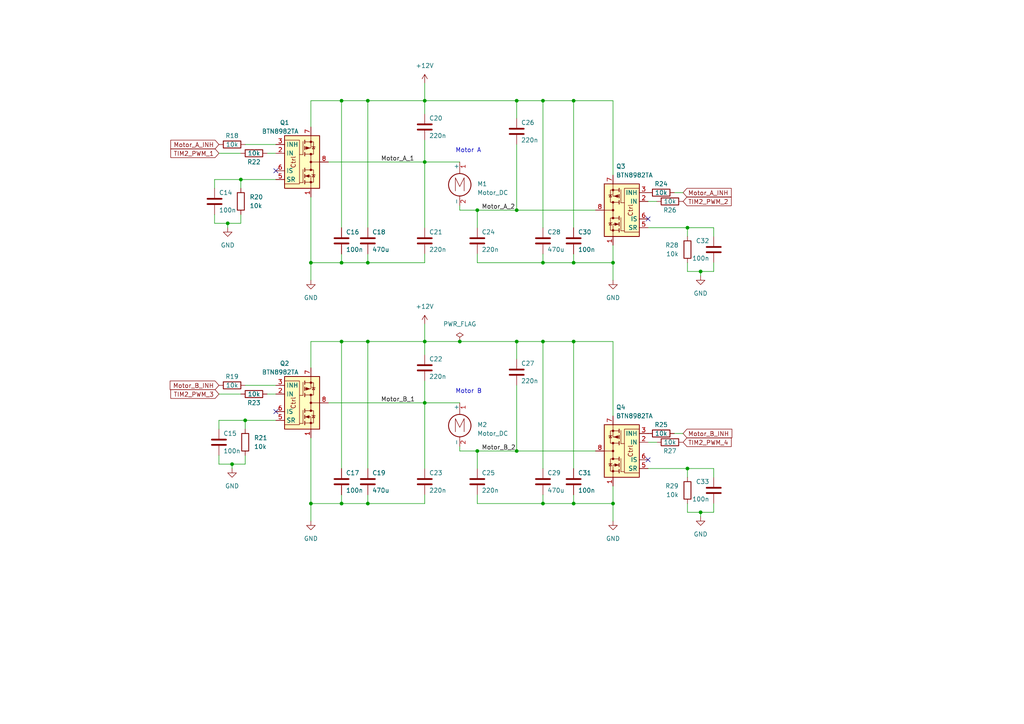
<source format=kicad_sch>
(kicad_sch (version 20211123) (generator eeschema)

  (uuid 75579dba-f16d-43af-9862-a0e65f252116)

  (paper "A4")

  (lib_symbols
    (symbol "Device:C" (pin_numbers hide) (pin_names (offset 0.254)) (in_bom yes) (on_board yes)
      (property "Reference" "C" (id 0) (at 0.635 2.54 0)
        (effects (font (size 1.27 1.27)) (justify left))
      )
      (property "Value" "C" (id 1) (at 0.635 -2.54 0)
        (effects (font (size 1.27 1.27)) (justify left))
      )
      (property "Footprint" "" (id 2) (at 0.9652 -3.81 0)
        (effects (font (size 1.27 1.27)) hide)
      )
      (property "Datasheet" "~" (id 3) (at 0 0 0)
        (effects (font (size 1.27 1.27)) hide)
      )
      (property "ki_keywords" "cap capacitor" (id 4) (at 0 0 0)
        (effects (font (size 1.27 1.27)) hide)
      )
      (property "ki_description" "Unpolarized capacitor" (id 5) (at 0 0 0)
        (effects (font (size 1.27 1.27)) hide)
      )
      (property "ki_fp_filters" "C_*" (id 6) (at 0 0 0)
        (effects (font (size 1.27 1.27)) hide)
      )
      (symbol "C_0_1"
        (polyline
          (pts
            (xy -2.032 -0.762)
            (xy 2.032 -0.762)
          )
          (stroke (width 0.508) (type default) (color 0 0 0 0))
          (fill (type none))
        )
        (polyline
          (pts
            (xy -2.032 0.762)
            (xy 2.032 0.762)
          )
          (stroke (width 0.508) (type default) (color 0 0 0 0))
          (fill (type none))
        )
      )
      (symbol "C_1_1"
        (pin passive line (at 0 3.81 270) (length 2.794)
          (name "~" (effects (font (size 1.27 1.27))))
          (number "1" (effects (font (size 1.27 1.27))))
        )
        (pin passive line (at 0 -3.81 90) (length 2.794)
          (name "~" (effects (font (size 1.27 1.27))))
          (number "2" (effects (font (size 1.27 1.27))))
        )
      )
    )
    (symbol "Device:R" (pin_numbers hide) (pin_names (offset 0)) (in_bom yes) (on_board yes)
      (property "Reference" "R" (id 0) (at 2.032 0 90)
        (effects (font (size 1.27 1.27)))
      )
      (property "Value" "R" (id 1) (at 0 0 90)
        (effects (font (size 1.27 1.27)))
      )
      (property "Footprint" "" (id 2) (at -1.778 0 90)
        (effects (font (size 1.27 1.27)) hide)
      )
      (property "Datasheet" "~" (id 3) (at 0 0 0)
        (effects (font (size 1.27 1.27)) hide)
      )
      (property "ki_keywords" "R res resistor" (id 4) (at 0 0 0)
        (effects (font (size 1.27 1.27)) hide)
      )
      (property "ki_description" "Resistor" (id 5) (at 0 0 0)
        (effects (font (size 1.27 1.27)) hide)
      )
      (property "ki_fp_filters" "R_*" (id 6) (at 0 0 0)
        (effects (font (size 1.27 1.27)) hide)
      )
      (symbol "R_0_1"
        (rectangle (start -1.016 -2.54) (end 1.016 2.54)
          (stroke (width 0.254) (type default) (color 0 0 0 0))
          (fill (type none))
        )
      )
      (symbol "R_1_1"
        (pin passive line (at 0 3.81 270) (length 1.27)
          (name "~" (effects (font (size 1.27 1.27))))
          (number "1" (effects (font (size 1.27 1.27))))
        )
        (pin passive line (at 0 -3.81 90) (length 1.27)
          (name "~" (effects (font (size 1.27 1.27))))
          (number "2" (effects (font (size 1.27 1.27))))
        )
      )
    )
    (symbol "Motor:Motor_DC" (pin_names (offset 0)) (in_bom yes) (on_board yes)
      (property "Reference" "M" (id 0) (at 2.54 2.54 0)
        (effects (font (size 1.27 1.27)) (justify left))
      )
      (property "Value" "Motor_DC" (id 1) (at 2.54 -5.08 0)
        (effects (font (size 1.27 1.27)) (justify left top))
      )
      (property "Footprint" "" (id 2) (at 0 -2.286 0)
        (effects (font (size 1.27 1.27)) hide)
      )
      (property "Datasheet" "~" (id 3) (at 0 -2.286 0)
        (effects (font (size 1.27 1.27)) hide)
      )
      (property "ki_keywords" "DC Motor" (id 4) (at 0 0 0)
        (effects (font (size 1.27 1.27)) hide)
      )
      (property "ki_description" "DC Motor" (id 5) (at 0 0 0)
        (effects (font (size 1.27 1.27)) hide)
      )
      (property "ki_fp_filters" "PinHeader*P2.54mm* TerminalBlock*" (id 6) (at 0 0 0)
        (effects (font (size 1.27 1.27)) hide)
      )
      (symbol "Motor_DC_0_0"
        (polyline
          (pts
            (xy -1.27 -3.302)
            (xy -1.27 0.508)
            (xy 0 -2.032)
            (xy 1.27 0.508)
            (xy 1.27 -3.302)
          )
          (stroke (width 0) (type default) (color 0 0 0 0))
          (fill (type none))
        )
      )
      (symbol "Motor_DC_0_1"
        (circle (center 0 -1.524) (radius 3.2512)
          (stroke (width 0.254) (type default) (color 0 0 0 0))
          (fill (type none))
        )
        (polyline
          (pts
            (xy 0 -7.62)
            (xy 0 -7.112)
          )
          (stroke (width 0) (type default) (color 0 0 0 0))
          (fill (type none))
        )
        (polyline
          (pts
            (xy 0 -4.7752)
            (xy 0 -5.1816)
          )
          (stroke (width 0) (type default) (color 0 0 0 0))
          (fill (type none))
        )
        (polyline
          (pts
            (xy 0 1.7272)
            (xy 0 2.0828)
          )
          (stroke (width 0) (type default) (color 0 0 0 0))
          (fill (type none))
        )
        (polyline
          (pts
            (xy 0 2.032)
            (xy 0 2.54)
          )
          (stroke (width 0) (type default) (color 0 0 0 0))
          (fill (type none))
        )
      )
      (symbol "Motor_DC_1_1"
        (pin passive line (at 0 5.08 270) (length 2.54)
          (name "+" (effects (font (size 1.27 1.27))))
          (number "1" (effects (font (size 1.27 1.27))))
        )
        (pin passive line (at 0 -7.62 90) (length 2.54)
          (name "-" (effects (font (size 1.27 1.27))))
          (number "2" (effects (font (size 1.27 1.27))))
        )
      )
    )
    (symbol "Power_Management:BTN8982TA" (in_bom yes) (on_board yes)
      (property "Reference" "Q" (id 0) (at 6.35 5.715 0)
        (effects (font (size 1.27 1.27)) (justify left))
      )
      (property "Value" "BTN8982TA" (id 1) (at 6.35 3.81 0)
        (effects (font (size 1.27 1.27)) (justify left))
      )
      (property "Footprint" "Package_TO_SOT_SMD:TO-263-7_TabPin8" (id 2) (at -5.08 11.43 0)
        (effects (font (size 1.27 1.27)) hide)
      )
      (property "Datasheet" "https://www.infineon.com/dgdl/Infineon-BTN8982TA-DS-v01_00-EN.pdf?fileId=db3a30433fa9412f013fbe32289b7c17" (id 3) (at -1.27 0.254 0)
        (effects (font (size 1.27 1.27)) hide)
      )
      (property "ki_keywords" "half bridge for motor drive applications" (id 4) (at 0 0 0)
        (effects (font (size 1.27 1.27)) hide)
      )
      (property "ki_description" "High Current PN Half Bridge, TO-263-7" (id 5) (at 0 0 0)
        (effects (font (size 1.27 1.27)) hide)
      )
      (property "ki_fp_filters" "TO*263*TabPin8*" (id 6) (at 0 0 0)
        (effects (font (size 1.27 1.27)) hide)
      )
      (symbol "BTN8982TA_0_1"
        (rectangle (start -5.08 7.62) (end 5.08 -7.62)
          (stroke (width 0.254) (type default) (color 0 0 0 0))
          (fill (type background))
        )
        (polyline
          (pts
            (xy 0.254 -5.969)
            (xy -0.762 -5.969)
          )
          (stroke (width 0) (type default) (color 0 0 0 0))
          (fill (type none))
        )
        (polyline
          (pts
            (xy 0.254 2.159)
            (xy -0.762 2.159)
          )
          (stroke (width 0) (type default) (color 0 0 0 0))
          (fill (type none))
        )
        (polyline
          (pts
            (xy 2.54 0)
            (xy 5.08 0)
          )
          (stroke (width 0) (type default) (color 0 0 0 0))
          (fill (type none))
        )
        (polyline
          (pts
            (xy 2.54 2.286)
            (xy 2.54 -2.286)
          )
          (stroke (width 0) (type default) (color 0 0 0 0))
          (fill (type none))
        )
        (polyline
          (pts
            (xy 2.54 -5.842)
            (xy 2.54 -7.62)
            (xy 2.54 -6.858)
          )
          (stroke (width 0) (type default) (color 0 0 0 0))
          (fill (type none))
        )
        (polyline
          (pts
            (xy -5.08 6.35)
            (xy -0.762 6.35)
            (xy -0.762 -6.35)
            (xy -5.08 -6.35)
          )
          (stroke (width 0) (type default) (color 0 0 0 0))
          (fill (type none))
        )
      )
      (symbol "BTN8982TA_1_0"
        (text "Ctrl" (at -2.54 0 900)
          (effects (font (size 1.27 1.27)))
        )
      )
      (symbol "BTN8982TA_1_1"
        (polyline
          (pts
            (xy 0.762 -5.842)
            (xy 2.54 -5.842)
          )
          (stroke (width 0) (type default) (color 0 0 0 0))
          (fill (type none))
        )
        (polyline
          (pts
            (xy 0.762 -5.334)
            (xy 0.762 -6.35)
          )
          (stroke (width 0.254) (type default) (color 0 0 0 0))
          (fill (type none))
        )
        (polyline
          (pts
            (xy 0.762 -4.064)
            (xy 2.54 -4.064)
          )
          (stroke (width 0) (type default) (color 0 0 0 0))
          (fill (type none))
        )
        (polyline
          (pts
            (xy 0.762 -3.556)
            (xy 0.762 -4.572)
          )
          (stroke (width 0.254) (type default) (color 0 0 0 0))
          (fill (type none))
        )
        (polyline
          (pts
            (xy 0.762 -2.286)
            (xy 2.54 -2.286)
          )
          (stroke (width 0) (type default) (color 0 0 0 0))
          (fill (type none))
        )
        (polyline
          (pts
            (xy 0.762 -1.778)
            (xy 0.762 -2.794)
          )
          (stroke (width 0.254) (type default) (color 0 0 0 0))
          (fill (type none))
        )
        (polyline
          (pts
            (xy 0.762 2.286)
            (xy 2.54 2.286)
          )
          (stroke (width 0) (type default) (color 0 0 0 0))
          (fill (type none))
        )
        (polyline
          (pts
            (xy 0.762 2.794)
            (xy 0.762 1.778)
          )
          (stroke (width 0.254) (type default) (color 0 0 0 0))
          (fill (type none))
        )
        (polyline
          (pts
            (xy 0.762 4.064)
            (xy 2.54 4.064)
          )
          (stroke (width 0) (type default) (color 0 0 0 0))
          (fill (type none))
        )
        (polyline
          (pts
            (xy 0.762 4.572)
            (xy 0.762 3.556)
          )
          (stroke (width 0.254) (type default) (color 0 0 0 0))
          (fill (type none))
        )
        (polyline
          (pts
            (xy 0.762 5.842)
            (xy 2.54 5.842)
          )
          (stroke (width 0) (type default) (color 0 0 0 0))
          (fill (type none))
        )
        (polyline
          (pts
            (xy 0.762 6.35)
            (xy 0.762 5.334)
          )
          (stroke (width 0.254) (type default) (color 0 0 0 0))
          (fill (type none))
        )
        (polyline
          (pts
            (xy 2.54 -5.842)
            (xy 2.54 -4.064)
          )
          (stroke (width 0) (type default) (color 0 0 0 0))
          (fill (type none))
        )
        (polyline
          (pts
            (xy 2.54 4.064)
            (xy 2.54 5.842)
          )
          (stroke (width 0) (type default) (color 0 0 0 0))
          (fill (type none))
        )
        (polyline
          (pts
            (xy 2.54 7.62)
            (xy 2.54 5.842)
          )
          (stroke (width 0) (type default) (color 0 0 0 0))
          (fill (type none))
        )
        (polyline
          (pts
            (xy 0.254 -2.159)
            (xy 0.254 -5.969)
            (xy 0.254 -5.969)
          )
          (stroke (width 0) (type default) (color 0 0 0 0))
          (fill (type none))
        )
        (polyline
          (pts
            (xy 0.254 5.969)
            (xy 0.254 2.159)
            (xy 0.254 2.159)
          )
          (stroke (width 0) (type default) (color 0 0 0 0))
          (fill (type none))
        )
        (polyline
          (pts
            (xy 1.016 -4.064)
            (xy 2.032 -3.683)
            (xy 2.032 -4.445)
            (xy 1.016 -4.064)
          )
          (stroke (width 0) (type default) (color 0 0 0 0))
          (fill (type outline))
        )
        (polyline
          (pts
            (xy 2.159 4.064)
            (xy 1.143 3.683)
            (xy 1.143 4.445)
            (xy 2.159 4.064)
          )
          (stroke (width 0) (type default) (color 0 0 0 0))
          (fill (type outline))
        )
        (polyline
          (pts
            (xy 2.54 -5.842)
            (xy 3.302 -5.842)
            (xy 3.302 -2.286)
            (xy 2.54 -2.286)
          )
          (stroke (width 0) (type default) (color 0 0 0 0))
          (fill (type none))
        )
        (polyline
          (pts
            (xy 2.54 2.286)
            (xy 3.302 2.286)
            (xy 3.302 5.842)
            (xy 2.54 5.842)
          )
          (stroke (width 0) (type default) (color 0 0 0 0))
          (fill (type none))
        )
        (polyline
          (pts
            (xy 2.794 -3.556)
            (xy 2.921 -3.683)
            (xy 3.683 -3.683)
            (xy 3.81 -3.81)
          )
          (stroke (width 0) (type default) (color 0 0 0 0))
          (fill (type none))
        )
        (polyline
          (pts
            (xy 2.794 4.572)
            (xy 2.921 4.445)
            (xy 3.683 4.445)
            (xy 3.81 4.318)
          )
          (stroke (width 0) (type default) (color 0 0 0 0))
          (fill (type none))
        )
        (polyline
          (pts
            (xy 3.302 -3.683)
            (xy 2.921 -4.318)
            (xy 3.683 -4.318)
            (xy 3.302 -3.683)
          )
          (stroke (width 0) (type default) (color 0 0 0 0))
          (fill (type none))
        )
        (polyline
          (pts
            (xy 3.302 4.445)
            (xy 2.921 3.81)
            (xy 3.683 3.81)
            (xy 3.302 4.445)
          )
          (stroke (width 0) (type default) (color 0 0 0 0))
          (fill (type none))
        )
        (circle (center 2.54 -5.842) (radius 0.2794)
          (stroke (width 0) (type default) (color 0 0 0 0))
          (fill (type outline))
        )
        (circle (center 2.54 -2.286) (radius 0.2794)
          (stroke (width 0) (type default) (color 0 0 0 0))
          (fill (type outline))
        )
        (circle (center 2.54 0) (radius 0.2794)
          (stroke (width 0) (type default) (color 0 0 0 0))
          (fill (type outline))
        )
        (circle (center 2.54 2.286) (radius 0.2794)
          (stroke (width 0) (type default) (color 0 0 0 0))
          (fill (type outline))
        )
        (circle (center 2.54 5.842) (radius 0.2794)
          (stroke (width 0) (type default) (color 0 0 0 0))
          (fill (type outline))
        )
        (pin power_in line (at 2.54 -10.16 90) (length 2.54)
          (name "~" (effects (font (size 1.27 1.27))))
          (number "1" (effects (font (size 1.27 1.27))))
        )
        (pin input line (at -7.62 2.54 0) (length 2.54)
          (name "IN" (effects (font (size 1.27 1.27))))
          (number "2" (effects (font (size 1.27 1.27))))
        )
        (pin input line (at -7.62 5.08 0) (length 2.54)
          (name "INH" (effects (font (size 1.27 1.27))))
          (number "3" (effects (font (size 1.27 1.27))))
        )
        (pin passive line (at 7.62 0 180) (length 2.54) hide
          (name "~" (effects (font (size 1.27 1.27))))
          (number "4" (effects (font (size 1.27 1.27))))
        )
        (pin input line (at -7.62 -5.08 0) (length 2.54)
          (name "SR" (effects (font (size 1.27 1.27))))
          (number "5" (effects (font (size 1.27 1.27))))
        )
        (pin output line (at -7.62 -2.54 0) (length 2.54)
          (name "IS" (effects (font (size 1.27 1.27))))
          (number "6" (effects (font (size 1.27 1.27))))
        )
        (pin power_in line (at 2.54 10.16 270) (length 2.54)
          (name "~" (effects (font (size 1.27 1.27))))
          (number "7" (effects (font (size 1.27 1.27))))
        )
        (pin passive line (at 7.62 0 180) (length 2.54)
          (name "~" (effects (font (size 1.27 1.27))))
          (number "8" (effects (font (size 1.27 1.27))))
        )
      )
    )
    (symbol "power:+12V" (power) (pin_names (offset 0)) (in_bom yes) (on_board yes)
      (property "Reference" "#PWR" (id 0) (at 0 -3.81 0)
        (effects (font (size 1.27 1.27)) hide)
      )
      (property "Value" "+12V" (id 1) (at 0 3.556 0)
        (effects (font (size 1.27 1.27)))
      )
      (property "Footprint" "" (id 2) (at 0 0 0)
        (effects (font (size 1.27 1.27)) hide)
      )
      (property "Datasheet" "" (id 3) (at 0 0 0)
        (effects (font (size 1.27 1.27)) hide)
      )
      (property "ki_keywords" "power-flag" (id 4) (at 0 0 0)
        (effects (font (size 1.27 1.27)) hide)
      )
      (property "ki_description" "Power symbol creates a global label with name \"+12V\"" (id 5) (at 0 0 0)
        (effects (font (size 1.27 1.27)) hide)
      )
      (symbol "+12V_0_1"
        (polyline
          (pts
            (xy -0.762 1.27)
            (xy 0 2.54)
          )
          (stroke (width 0) (type default) (color 0 0 0 0))
          (fill (type none))
        )
        (polyline
          (pts
            (xy 0 0)
            (xy 0 2.54)
          )
          (stroke (width 0) (type default) (color 0 0 0 0))
          (fill (type none))
        )
        (polyline
          (pts
            (xy 0 2.54)
            (xy 0.762 1.27)
          )
          (stroke (width 0) (type default) (color 0 0 0 0))
          (fill (type none))
        )
      )
      (symbol "+12V_1_1"
        (pin power_in line (at 0 0 90) (length 0) hide
          (name "+12V" (effects (font (size 1.27 1.27))))
          (number "1" (effects (font (size 1.27 1.27))))
        )
      )
    )
    (symbol "power:GND" (power) (pin_names (offset 0)) (in_bom yes) (on_board yes)
      (property "Reference" "#PWR" (id 0) (at 0 -6.35 0)
        (effects (font (size 1.27 1.27)) hide)
      )
      (property "Value" "GND" (id 1) (at 0 -3.81 0)
        (effects (font (size 1.27 1.27)))
      )
      (property "Footprint" "" (id 2) (at 0 0 0)
        (effects (font (size 1.27 1.27)) hide)
      )
      (property "Datasheet" "" (id 3) (at 0 0 0)
        (effects (font (size 1.27 1.27)) hide)
      )
      (property "ki_keywords" "power-flag" (id 4) (at 0 0 0)
        (effects (font (size 1.27 1.27)) hide)
      )
      (property "ki_description" "Power symbol creates a global label with name \"GND\" , ground" (id 5) (at 0 0 0)
        (effects (font (size 1.27 1.27)) hide)
      )
      (symbol "GND_0_1"
        (polyline
          (pts
            (xy 0 0)
            (xy 0 -1.27)
            (xy 1.27 -1.27)
            (xy 0 -2.54)
            (xy -1.27 -1.27)
            (xy 0 -1.27)
          )
          (stroke (width 0) (type default) (color 0 0 0 0))
          (fill (type none))
        )
      )
      (symbol "GND_1_1"
        (pin power_in line (at 0 0 270) (length 0) hide
          (name "GND" (effects (font (size 1.27 1.27))))
          (number "1" (effects (font (size 1.27 1.27))))
        )
      )
    )
    (symbol "power:PWR_FLAG" (power) (pin_numbers hide) (pin_names (offset 0) hide) (in_bom yes) (on_board yes)
      (property "Reference" "#FLG" (id 0) (at 0 1.905 0)
        (effects (font (size 1.27 1.27)) hide)
      )
      (property "Value" "PWR_FLAG" (id 1) (at 0 3.81 0)
        (effects (font (size 1.27 1.27)))
      )
      (property "Footprint" "" (id 2) (at 0 0 0)
        (effects (font (size 1.27 1.27)) hide)
      )
      (property "Datasheet" "~" (id 3) (at 0 0 0)
        (effects (font (size 1.27 1.27)) hide)
      )
      (property "ki_keywords" "power-flag" (id 4) (at 0 0 0)
        (effects (font (size 1.27 1.27)) hide)
      )
      (property "ki_description" "Special symbol for telling ERC where power comes from" (id 5) (at 0 0 0)
        (effects (font (size 1.27 1.27)) hide)
      )
      (symbol "PWR_FLAG_0_0"
        (pin power_out line (at 0 0 90) (length 0)
          (name "pwr" (effects (font (size 1.27 1.27))))
          (number "1" (effects (font (size 1.27 1.27))))
        )
      )
      (symbol "PWR_FLAG_0_1"
        (polyline
          (pts
            (xy 0 0)
            (xy 0 1.27)
            (xy -1.016 1.905)
            (xy 0 2.54)
            (xy 1.016 1.905)
            (xy 0 1.27)
          )
          (stroke (width 0) (type default) (color 0 0 0 0))
          (fill (type none))
        )
      )
    )
  )

  (junction (at 199.39 66.04) (diameter 0) (color 0 0 0 0)
    (uuid 04b1a718-b6ac-465c-8d45-20863f3d8340)
  )
  (junction (at 149.86 29.21) (diameter 0) (color 0 0 0 0)
    (uuid 1a8d8c14-0214-4941-b4fc-670c8eef6f5e)
  )
  (junction (at 157.48 99.06) (diameter 0) (color 0 0 0 0)
    (uuid 223e551f-cf06-4ed5-953a-189032aafda9)
  )
  (junction (at 90.17 146.05) (diameter 0) (color 0 0 0 0)
    (uuid 23c9e8cb-4e0b-4560-b632-379e78e13dae)
  )
  (junction (at 203.2 78.74) (diameter 0) (color 0 0 0 0)
    (uuid 24cdb1d3-a46c-4c9e-a739-9855fcc11301)
  )
  (junction (at 123.19 116.84) (diameter 0) (color 0 0 0 0)
    (uuid 2e22b77e-9d98-40d8-82b4-373c641940d6)
  )
  (junction (at 157.48 146.05) (diameter 0) (color 0 0 0 0)
    (uuid 2ecdc885-c823-4671-ba84-ef23e438f5c6)
  )
  (junction (at 90.17 76.2) (diameter 0) (color 0 0 0 0)
    (uuid 36e66ee4-1799-4193-abef-16241114eb2e)
  )
  (junction (at 71.12 121.92) (diameter 0) (color 0 0 0 0)
    (uuid 3bcdaa17-8a96-46e5-b081-6e152a58d14d)
  )
  (junction (at 166.37 99.06) (diameter 0) (color 0 0 0 0)
    (uuid 40679690-192e-431c-ba3d-bb546a9f9cd3)
  )
  (junction (at 166.37 76.2) (diameter 0) (color 0 0 0 0)
    (uuid 40e379da-3465-46dd-921a-cbc5b1f4f656)
  )
  (junction (at 123.19 29.21) (diameter 0) (color 0 0 0 0)
    (uuid 47dcbdaa-8cab-4fa7-9a29-c2ba464bcc8e)
  )
  (junction (at 66.04 64.77) (diameter 0) (color 0 0 0 0)
    (uuid 4adc8ce4-a275-4789-baa5-1862b15df263)
  )
  (junction (at 166.37 146.05) (diameter 0) (color 0 0 0 0)
    (uuid 56ad15a9-bca5-4dc0-90b2-1e0004d77e66)
  )
  (junction (at 69.85 52.07) (diameter 0) (color 0 0 0 0)
    (uuid 581fd4e0-0844-440a-a8d5-443dbf5601f6)
  )
  (junction (at 177.8 146.05) (diameter 0) (color 0 0 0 0)
    (uuid 5b630850-ce0d-4681-a6a3-905ab626f8ab)
  )
  (junction (at 106.68 99.06) (diameter 0) (color 0 0 0 0)
    (uuid 5f10a5ef-3574-48e7-be6d-2bc7b26f7e5d)
  )
  (junction (at 157.48 29.21) (diameter 0) (color 0 0 0 0)
    (uuid 6a315078-83c5-43fb-86cb-29884bffbe5a)
  )
  (junction (at 203.2 148.59) (diameter 0) (color 0 0 0 0)
    (uuid 6f10b803-892e-403a-a5a6-5e6ef37c0b69)
  )
  (junction (at 123.19 46.99) (diameter 0) (color 0 0 0 0)
    (uuid 7c75f9e4-c686-482c-a0e5-bf7a957f03e2)
  )
  (junction (at 123.19 99.06) (diameter 0) (color 0 0 0 0)
    (uuid 7f37f9d6-bc07-4e7d-9549-c1462067167b)
  )
  (junction (at 133.35 99.06) (diameter 0) (color 0 0 0 0)
    (uuid a595c53d-5c42-4102-96f3-37adacb4284e)
  )
  (junction (at 99.06 146.05) (diameter 0) (color 0 0 0 0)
    (uuid a5ef73dd-038f-4e82-ae29-00fd549b88d8)
  )
  (junction (at 106.68 76.2) (diameter 0) (color 0 0 0 0)
    (uuid bc02fb2d-0695-447d-8559-29687c1cb946)
  )
  (junction (at 157.48 76.2) (diameter 0) (color 0 0 0 0)
    (uuid c65ee128-d89c-4d32-9e15-ae45cf9572a6)
  )
  (junction (at 138.43 130.81) (diameter 0) (color 0 0 0 0)
    (uuid cd51d0fa-eb85-45fd-bb91-5f1b76792b45)
  )
  (junction (at 149.86 99.06) (diameter 0) (color 0 0 0 0)
    (uuid cf270e3e-68f3-4a9b-8484-0a8e80e74754)
  )
  (junction (at 138.43 60.96) (diameter 0) (color 0 0 0 0)
    (uuid d332ebeb-0c15-462f-911d-137008429793)
  )
  (junction (at 106.68 146.05) (diameter 0) (color 0 0 0 0)
    (uuid d3ea7f89-6408-4310-9d14-7bfa4542decc)
  )
  (junction (at 166.37 29.21) (diameter 0) (color 0 0 0 0)
    (uuid d5878c62-43e7-41e3-be73-f524d10a21b8)
  )
  (junction (at 177.8 76.2) (diameter 0) (color 0 0 0 0)
    (uuid de2833bd-4deb-4c57-a617-c3e80b90d606)
  )
  (junction (at 99.06 99.06) (diameter 0) (color 0 0 0 0)
    (uuid e045cd5d-74ce-43e9-9064-d5c097198ca8)
  )
  (junction (at 149.86 60.96) (diameter 0) (color 0 0 0 0)
    (uuid e2ba6ebb-8089-4afa-834d-7712d3090d10)
  )
  (junction (at 149.86 130.81) (diameter 0) (color 0 0 0 0)
    (uuid e75e8e38-bdbb-4003-953e-a9ea3b9436bc)
  )
  (junction (at 199.39 135.89) (diameter 0) (color 0 0 0 0)
    (uuid ecd77b4d-b32c-4a0f-ae77-4b5886f13931)
  )
  (junction (at 106.68 29.21) (diameter 0) (color 0 0 0 0)
    (uuid ed65f79f-d86f-4a54-b0b8-48d11fdd9531)
  )
  (junction (at 99.06 76.2) (diameter 0) (color 0 0 0 0)
    (uuid f3523be6-7b7e-4867-920d-c6d3d55d524a)
  )
  (junction (at 67.31 134.62) (diameter 0) (color 0 0 0 0)
    (uuid f99d448c-ae5d-4551-82fd-3f3daf884b73)
  )
  (junction (at 99.06 29.21) (diameter 0) (color 0 0 0 0)
    (uuid fa7a4c6c-72f6-45d8-aa7a-605fa100bdba)
  )

  (no_connect (at 187.96 133.35) (uuid 3e543908-ca2f-4831-a47a-5d0cf098511f))
  (no_connect (at 80.01 49.53) (uuid 62591972-6836-4076-b835-27d31cd3453c))
  (no_connect (at 80.01 119.38) (uuid 9eea7020-4a02-45e5-9199-34807849f2a5))
  (no_connect (at 187.96 63.5) (uuid cb593647-434c-44a9-8ddc-8a6d0a8e2dc4))

  (wire (pts (xy 90.17 127) (xy 90.17 146.05))
    (stroke (width 0) (type default) (color 0 0 0 0))
    (uuid 01551c3e-1045-4f86-9b5e-b118fa841cce)
  )
  (wire (pts (xy 133.35 59.69) (xy 133.35 60.96))
    (stroke (width 0) (type default) (color 0 0 0 0))
    (uuid 02fe8244-b8e3-442f-a233-4d06048fd265)
  )
  (wire (pts (xy 123.19 29.21) (xy 123.19 33.02))
    (stroke (width 0) (type default) (color 0 0 0 0))
    (uuid 05320482-7de9-4484-8c46-7114066c31d7)
  )
  (wire (pts (xy 90.17 146.05) (xy 90.17 151.13))
    (stroke (width 0) (type default) (color 0 0 0 0))
    (uuid 063876c1-a13f-4953-bce7-d85a61a656b8)
  )
  (wire (pts (xy 99.06 99.06) (xy 106.68 99.06))
    (stroke (width 0) (type default) (color 0 0 0 0))
    (uuid 064ccf44-1e14-4c0b-9e0f-4bb70e9fb95a)
  )
  (wire (pts (xy 133.35 60.96) (xy 138.43 60.96))
    (stroke (width 0) (type default) (color 0 0 0 0))
    (uuid 072ffe3c-8276-418e-9105-abf93587df9e)
  )
  (wire (pts (xy 90.17 29.21) (xy 99.06 29.21))
    (stroke (width 0) (type default) (color 0 0 0 0))
    (uuid 07c662e7-c116-4110-a943-8ee53f25db59)
  )
  (wire (pts (xy 199.39 66.04) (xy 199.39 68.58))
    (stroke (width 0) (type default) (color 0 0 0 0))
    (uuid 0a47dc26-92e9-40e8-962d-6b9cd2b2309d)
  )
  (wire (pts (xy 157.48 143.51) (xy 157.48 146.05))
    (stroke (width 0) (type default) (color 0 0 0 0))
    (uuid 0b6b69f3-021f-4c05-a445-d2d3b4c713f1)
  )
  (wire (pts (xy 157.48 99.06) (xy 166.37 99.06))
    (stroke (width 0) (type default) (color 0 0 0 0))
    (uuid 0d4b74a8-5b52-46a0-abb6-26ba24b17b93)
  )
  (wire (pts (xy 95.25 116.84) (xy 123.19 116.84))
    (stroke (width 0) (type default) (color 0 0 0 0))
    (uuid 0fa4696e-f3da-4901-94fb-0c0a4551320b)
  )
  (wire (pts (xy 69.85 52.07) (xy 62.23 52.07))
    (stroke (width 0) (type default) (color 0 0 0 0))
    (uuid 108a252b-9407-430d-9aef-c62ea9186840)
  )
  (wire (pts (xy 123.19 99.06) (xy 133.35 99.06))
    (stroke (width 0) (type default) (color 0 0 0 0))
    (uuid 1223490e-fe9b-4a90-8a2d-6ae2d2683310)
  )
  (wire (pts (xy 106.68 146.05) (xy 123.19 146.05))
    (stroke (width 0) (type default) (color 0 0 0 0))
    (uuid 12ceb1f3-85a6-483d-8fc2-4d5d3ad024ed)
  )
  (wire (pts (xy 123.19 143.51) (xy 123.19 146.05))
    (stroke (width 0) (type default) (color 0 0 0 0))
    (uuid 1553fb86-087c-4b34-8b0a-9ec8f24e81bb)
  )
  (wire (pts (xy 62.23 52.07) (xy 62.23 54.61))
    (stroke (width 0) (type default) (color 0 0 0 0))
    (uuid 1615507f-c820-433f-839e-ad9a962f0917)
  )
  (wire (pts (xy 157.48 29.21) (xy 166.37 29.21))
    (stroke (width 0) (type default) (color 0 0 0 0))
    (uuid 18cf9708-5676-4bdc-8438-67089fb16e3d)
  )
  (wire (pts (xy 123.19 46.99) (xy 123.19 66.04))
    (stroke (width 0) (type default) (color 0 0 0 0))
    (uuid 1a5ca7ce-f02d-4596-98a4-1b060cd00b6e)
  )
  (wire (pts (xy 63.5 121.92) (xy 63.5 124.46))
    (stroke (width 0) (type default) (color 0 0 0 0))
    (uuid 1a9203f7-3b35-4149-b896-0c4973ce73f5)
  )
  (wire (pts (xy 187.96 66.04) (xy 199.39 66.04))
    (stroke (width 0) (type default) (color 0 0 0 0))
    (uuid 1c2721c6-8a6a-4ec2-80bb-d3601ee82f6d)
  )
  (wire (pts (xy 123.19 46.99) (xy 133.35 46.99))
    (stroke (width 0) (type default) (color 0 0 0 0))
    (uuid 21e31743-0f89-43ea-9bba-112e08ba2847)
  )
  (wire (pts (xy 99.06 143.51) (xy 99.06 146.05))
    (stroke (width 0) (type default) (color 0 0 0 0))
    (uuid 248342c0-febe-4e57-853f-8f1c9d96ea07)
  )
  (wire (pts (xy 166.37 29.21) (xy 166.37 66.04))
    (stroke (width 0) (type default) (color 0 0 0 0))
    (uuid 2a7753a6-dc4a-459e-a018-6135376a5f42)
  )
  (wire (pts (xy 99.06 146.05) (xy 106.68 146.05))
    (stroke (width 0) (type default) (color 0 0 0 0))
    (uuid 2dd7f69a-0d6d-4978-afce-ea23b0e53c28)
  )
  (wire (pts (xy 166.37 99.06) (xy 166.37 135.89))
    (stroke (width 0) (type default) (color 0 0 0 0))
    (uuid 2e8e9ca1-1657-4618-947b-5a75b633730f)
  )
  (wire (pts (xy 99.06 29.21) (xy 106.68 29.21))
    (stroke (width 0) (type default) (color 0 0 0 0))
    (uuid 2f33e43a-b26a-4c53-b154-c613e646b25e)
  )
  (wire (pts (xy 123.19 93.98) (xy 123.19 99.06))
    (stroke (width 0) (type default) (color 0 0 0 0))
    (uuid 2f5da246-5701-4a9a-864c-cbb47ba5ba27)
  )
  (wire (pts (xy 187.96 128.27) (xy 190.5 128.27))
    (stroke (width 0) (type default) (color 0 0 0 0))
    (uuid 32974cc7-2cad-41d7-b351-35c8e97a46e7)
  )
  (wire (pts (xy 99.06 73.66) (xy 99.06 76.2))
    (stroke (width 0) (type default) (color 0 0 0 0))
    (uuid 32f284f3-5d68-41e4-829f-b51c102aaac5)
  )
  (wire (pts (xy 199.39 146.05) (xy 199.39 148.59))
    (stroke (width 0) (type default) (color 0 0 0 0))
    (uuid 3ba539ad-ff4f-46ce-9ddf-c915c33b72d5)
  )
  (wire (pts (xy 187.96 135.89) (xy 199.39 135.89))
    (stroke (width 0) (type default) (color 0 0 0 0))
    (uuid 402c19c1-8d03-4cd2-b061-ba1916d074b1)
  )
  (wire (pts (xy 123.19 73.66) (xy 123.19 76.2))
    (stroke (width 0) (type default) (color 0 0 0 0))
    (uuid 408554eb-fd9e-4f14-ada7-14826181aeac)
  )
  (wire (pts (xy 63.5 134.62) (xy 67.31 134.62))
    (stroke (width 0) (type default) (color 0 0 0 0))
    (uuid 413d897e-95cf-446c-9b3e-bff3e86504f6)
  )
  (wire (pts (xy 149.86 111.76) (xy 149.86 130.81))
    (stroke (width 0) (type default) (color 0 0 0 0))
    (uuid 41746dc4-e661-474f-b3c4-44849f6961b5)
  )
  (wire (pts (xy 166.37 99.06) (xy 177.8 99.06))
    (stroke (width 0) (type default) (color 0 0 0 0))
    (uuid 41e285c3-1480-4aed-b9ba-2dccb557bac3)
  )
  (wire (pts (xy 207.01 135.89) (xy 207.01 138.43))
    (stroke (width 0) (type default) (color 0 0 0 0))
    (uuid 46c9b8f8-d1a1-4904-bf21-e14c99c829bb)
  )
  (wire (pts (xy 106.68 73.66) (xy 106.68 76.2))
    (stroke (width 0) (type default) (color 0 0 0 0))
    (uuid 4815f955-7c2b-4396-a8c3-f2bebd1cb808)
  )
  (wire (pts (xy 106.68 143.51) (xy 106.68 146.05))
    (stroke (width 0) (type default) (color 0 0 0 0))
    (uuid 490bbcb1-2d1a-4de1-9da8-ea175ee3d80f)
  )
  (wire (pts (xy 138.43 60.96) (xy 149.86 60.96))
    (stroke (width 0) (type default) (color 0 0 0 0))
    (uuid 4a2aadc3-d8c9-4bce-99ad-161aea83afe3)
  )
  (wire (pts (xy 77.47 114.3) (xy 80.01 114.3))
    (stroke (width 0) (type default) (color 0 0 0 0))
    (uuid 4a906518-f21b-4f56-b380-45b3b4d58b82)
  )
  (wire (pts (xy 90.17 146.05) (xy 99.06 146.05))
    (stroke (width 0) (type default) (color 0 0 0 0))
    (uuid 4b944e50-4d25-4002-a4dd-d59c466a8a0e)
  )
  (wire (pts (xy 106.68 99.06) (xy 106.68 135.89))
    (stroke (width 0) (type default) (color 0 0 0 0))
    (uuid 4cf26421-812d-4755-95eb-3d672ce458ed)
  )
  (wire (pts (xy 149.86 60.96) (xy 172.72 60.96))
    (stroke (width 0) (type default) (color 0 0 0 0))
    (uuid 4ee2def9-17e7-49c6-aade-c4fdd6f696dc)
  )
  (wire (pts (xy 177.8 50.8) (xy 177.8 29.21))
    (stroke (width 0) (type default) (color 0 0 0 0))
    (uuid 51aae494-7dcb-40d0-a02e-fd95926e5f68)
  )
  (wire (pts (xy 207.01 76.2) (xy 207.01 78.74))
    (stroke (width 0) (type default) (color 0 0 0 0))
    (uuid 544f8f88-c2d5-4cc9-bf53-02541f908f52)
  )
  (wire (pts (xy 71.12 41.91) (xy 80.01 41.91))
    (stroke (width 0) (type default) (color 0 0 0 0))
    (uuid 583b9abd-47e1-4a55-b394-6a9a2872e48e)
  )
  (wire (pts (xy 63.5 114.3) (xy 69.85 114.3))
    (stroke (width 0) (type default) (color 0 0 0 0))
    (uuid 58478a56-2620-47ed-b9cb-f7b0d1c77a2c)
  )
  (wire (pts (xy 149.86 130.81) (xy 172.72 130.81))
    (stroke (width 0) (type default) (color 0 0 0 0))
    (uuid 5af70b28-bae1-4491-a20b-4e31da0ca9c0)
  )
  (wire (pts (xy 66.04 64.77) (xy 66.04 66.04))
    (stroke (width 0) (type default) (color 0 0 0 0))
    (uuid 606071e1-6c34-4b79-8a82-56ea6c7dc40a)
  )
  (wire (pts (xy 63.5 132.08) (xy 63.5 134.62))
    (stroke (width 0) (type default) (color 0 0 0 0))
    (uuid 6084e926-4aa5-4e11-b5cc-64bb8b4ccd4a)
  )
  (wire (pts (xy 203.2 148.59) (xy 199.39 148.59))
    (stroke (width 0) (type default) (color 0 0 0 0))
    (uuid 60ec2d0c-756f-4ebb-90c5-4f727302fd49)
  )
  (wire (pts (xy 71.12 121.92) (xy 63.5 121.92))
    (stroke (width 0) (type default) (color 0 0 0 0))
    (uuid 61425c67-a2a1-4a17-bd88-5c4cd3edff4c)
  )
  (wire (pts (xy 177.8 151.13) (xy 177.8 146.05))
    (stroke (width 0) (type default) (color 0 0 0 0))
    (uuid 630dc845-0ba6-4fc4-b1bc-d54a5856040b)
  )
  (wire (pts (xy 90.17 99.06) (xy 99.06 99.06))
    (stroke (width 0) (type default) (color 0 0 0 0))
    (uuid 65b1e1aa-738a-4f91-ad96-38ffdcc9357c)
  )
  (wire (pts (xy 138.43 130.81) (xy 138.43 135.89))
    (stroke (width 0) (type default) (color 0 0 0 0))
    (uuid 698c037a-76e3-4e86-b612-1355483a0a1d)
  )
  (wire (pts (xy 149.86 29.21) (xy 149.86 34.29))
    (stroke (width 0) (type default) (color 0 0 0 0))
    (uuid 6c9690ff-1389-4d08-a7a3-a1f5df717603)
  )
  (wire (pts (xy 207.01 66.04) (xy 207.01 68.58))
    (stroke (width 0) (type default) (color 0 0 0 0))
    (uuid 6cf0263b-76b5-4032-b862-cde35ccdcd71)
  )
  (wire (pts (xy 69.85 62.23) (xy 69.85 64.77))
    (stroke (width 0) (type default) (color 0 0 0 0))
    (uuid 6daa897e-2418-4368-a72e-70b944f3051c)
  )
  (wire (pts (xy 166.37 143.51) (xy 166.37 146.05))
    (stroke (width 0) (type default) (color 0 0 0 0))
    (uuid 6e0bfd0c-1b91-4655-89f1-4fc16ac1aca3)
  )
  (wire (pts (xy 90.17 76.2) (xy 99.06 76.2))
    (stroke (width 0) (type default) (color 0 0 0 0))
    (uuid 6f49d62a-befb-4b27-ad6d-54d5bf0ba28e)
  )
  (wire (pts (xy 71.12 111.76) (xy 80.01 111.76))
    (stroke (width 0) (type default) (color 0 0 0 0))
    (uuid 6f51bf31-1101-4455-a230-6db849a42015)
  )
  (wire (pts (xy 123.19 116.84) (xy 133.35 116.84))
    (stroke (width 0) (type default) (color 0 0 0 0))
    (uuid 75833355-4c0f-488f-b0fe-31752b9c5edf)
  )
  (wire (pts (xy 123.19 99.06) (xy 123.19 102.87))
    (stroke (width 0) (type default) (color 0 0 0 0))
    (uuid 7848df96-c42e-4950-aa60-017b1edb72a4)
  )
  (wire (pts (xy 90.17 76.2) (xy 90.17 81.28))
    (stroke (width 0) (type default) (color 0 0 0 0))
    (uuid 78cefbc6-9e81-4049-9cac-37ccf8309352)
  )
  (wire (pts (xy 80.01 52.07) (xy 69.85 52.07))
    (stroke (width 0) (type default) (color 0 0 0 0))
    (uuid 7b4999e0-9490-4aea-9b31-46b6f066a226)
  )
  (wire (pts (xy 99.06 99.06) (xy 99.06 135.89))
    (stroke (width 0) (type default) (color 0 0 0 0))
    (uuid 7bf67451-90c2-46f3-83a3-ff2bc819fccd)
  )
  (wire (pts (xy 199.39 135.89) (xy 199.39 138.43))
    (stroke (width 0) (type default) (color 0 0 0 0))
    (uuid 7d94b7e6-5482-4eac-8a79-37a4badeb92a)
  )
  (wire (pts (xy 203.2 148.59) (xy 203.2 149.86))
    (stroke (width 0) (type default) (color 0 0 0 0))
    (uuid 808e3834-d78d-44f2-9c73-4fbd8ee9078f)
  )
  (wire (pts (xy 177.8 140.97) (xy 177.8 146.05))
    (stroke (width 0) (type default) (color 0 0 0 0))
    (uuid 81b80139-3bec-4d16-83d4-5fe053c20ce9)
  )
  (wire (pts (xy 63.5 44.45) (xy 69.85 44.45))
    (stroke (width 0) (type default) (color 0 0 0 0))
    (uuid 82a2048a-024a-450b-87e4-56507dfc1b03)
  )
  (wire (pts (xy 207.01 146.05) (xy 207.01 148.59))
    (stroke (width 0) (type default) (color 0 0 0 0))
    (uuid 82cc9d60-faea-45e1-8dff-32706e2b5f43)
  )
  (wire (pts (xy 187.96 58.42) (xy 190.5 58.42))
    (stroke (width 0) (type default) (color 0 0 0 0))
    (uuid 852a3b4e-3cb3-49f7-9719-4fb3a063c2d5)
  )
  (wire (pts (xy 149.86 99.06) (xy 157.48 99.06))
    (stroke (width 0) (type default) (color 0 0 0 0))
    (uuid 853ee274-f76d-4fe0-80d0-e2f47426d337)
  )
  (wire (pts (xy 99.06 76.2) (xy 106.68 76.2))
    (stroke (width 0) (type default) (color 0 0 0 0))
    (uuid 8596f916-6998-4360-a26f-069e363d2417)
  )
  (wire (pts (xy 149.86 29.21) (xy 157.48 29.21))
    (stroke (width 0) (type default) (color 0 0 0 0))
    (uuid 85e98d3d-9e31-4e0e-b32e-cd7b7caadda3)
  )
  (wire (pts (xy 106.68 99.06) (xy 123.19 99.06))
    (stroke (width 0) (type default) (color 0 0 0 0))
    (uuid 89e9bc29-24ba-4757-afd4-d8a1e0bea6ab)
  )
  (wire (pts (xy 157.48 76.2) (xy 166.37 76.2))
    (stroke (width 0) (type default) (color 0 0 0 0))
    (uuid 8af5b001-ef0e-4ddf-8724-cd251b60edcf)
  )
  (wire (pts (xy 62.23 62.23) (xy 62.23 64.77))
    (stroke (width 0) (type default) (color 0 0 0 0))
    (uuid 9000d960-00e1-4e45-8bb0-94456cea5eda)
  )
  (wire (pts (xy 138.43 76.2) (xy 157.48 76.2))
    (stroke (width 0) (type default) (color 0 0 0 0))
    (uuid 93c84ec2-5ba4-45ba-b4e6-b2e29202f74f)
  )
  (wire (pts (xy 166.37 73.66) (xy 166.37 76.2))
    (stroke (width 0) (type default) (color 0 0 0 0))
    (uuid 961d4669-20c1-4dd6-90d0-1b8cf7aa7a3e)
  )
  (wire (pts (xy 166.37 76.2) (xy 177.8 76.2))
    (stroke (width 0) (type default) (color 0 0 0 0))
    (uuid 96cb3a68-ce04-4e10-af04-2a7121aa6501)
  )
  (wire (pts (xy 123.19 24.13) (xy 123.19 29.21))
    (stroke (width 0) (type default) (color 0 0 0 0))
    (uuid 99099b31-2716-4c81-ad32-934c0631891c)
  )
  (wire (pts (xy 133.35 130.81) (xy 138.43 130.81))
    (stroke (width 0) (type default) (color 0 0 0 0))
    (uuid 9961ea15-c447-4301-bf42-5195683dbe16)
  )
  (wire (pts (xy 177.8 81.28) (xy 177.8 76.2))
    (stroke (width 0) (type default) (color 0 0 0 0))
    (uuid 99ded025-b78f-46ac-a947-5d73d3229bdc)
  )
  (wire (pts (xy 90.17 99.06) (xy 90.17 106.68))
    (stroke (width 0) (type default) (color 0 0 0 0))
    (uuid 9cdab0da-7a24-469d-a375-091a94d12355)
  )
  (wire (pts (xy 149.86 41.91) (xy 149.86 60.96))
    (stroke (width 0) (type default) (color 0 0 0 0))
    (uuid 9e7c4936-71da-453b-85ba-14682eb01988)
  )
  (wire (pts (xy 90.17 57.15) (xy 90.17 76.2))
    (stroke (width 0) (type default) (color 0 0 0 0))
    (uuid 9e8eba20-ea34-4c65-acf5-41fdd29bbebf)
  )
  (wire (pts (xy 123.19 40.64) (xy 123.19 46.99))
    (stroke (width 0) (type default) (color 0 0 0 0))
    (uuid a2a046aa-b618-470a-a4c8-9cf4bedf62d4)
  )
  (wire (pts (xy 77.47 44.45) (xy 80.01 44.45))
    (stroke (width 0) (type default) (color 0 0 0 0))
    (uuid a49e01be-c0d5-4900-b243-6bb38321adeb)
  )
  (wire (pts (xy 99.06 29.21) (xy 99.06 66.04))
    (stroke (width 0) (type default) (color 0 0 0 0))
    (uuid a826c83a-f935-453c-b53e-41b9f6d64a79)
  )
  (wire (pts (xy 106.68 29.21) (xy 106.68 66.04))
    (stroke (width 0) (type default) (color 0 0 0 0))
    (uuid ab216ef6-f7e9-405d-b8e2-1640abcc0a66)
  )
  (wire (pts (xy 195.58 125.73) (xy 198.12 125.73))
    (stroke (width 0) (type default) (color 0 0 0 0))
    (uuid af879dc6-7228-4c17-b183-4d357f38a0fa)
  )
  (wire (pts (xy 203.2 78.74) (xy 199.39 78.74))
    (stroke (width 0) (type default) (color 0 0 0 0))
    (uuid b1f190b3-6dbb-41bf-8d2f-bfd8dbd0dd7b)
  )
  (wire (pts (xy 199.39 135.89) (xy 207.01 135.89))
    (stroke (width 0) (type default) (color 0 0 0 0))
    (uuid b3ed747c-9248-4944-8f94-c2f3a26bf8de)
  )
  (wire (pts (xy 166.37 29.21) (xy 177.8 29.21))
    (stroke (width 0) (type default) (color 0 0 0 0))
    (uuid b6935a90-04a5-4f89-a8d8-5678e83d865b)
  )
  (wire (pts (xy 138.43 146.05) (xy 157.48 146.05))
    (stroke (width 0) (type default) (color 0 0 0 0))
    (uuid b9b062a1-1945-4251-866f-c1941e0c56bf)
  )
  (wire (pts (xy 62.23 64.77) (xy 66.04 64.77))
    (stroke (width 0) (type default) (color 0 0 0 0))
    (uuid ba169a31-47b2-4671-bb00-fbfd5f26830c)
  )
  (wire (pts (xy 157.48 146.05) (xy 166.37 146.05))
    (stroke (width 0) (type default) (color 0 0 0 0))
    (uuid ba4c6932-3859-4427-88c7-1449eb1fe7eb)
  )
  (wire (pts (xy 166.37 146.05) (xy 177.8 146.05))
    (stroke (width 0) (type default) (color 0 0 0 0))
    (uuid bbc693e1-8661-4602-b38e-c2f205c23c29)
  )
  (wire (pts (xy 71.12 132.08) (xy 71.12 134.62))
    (stroke (width 0) (type default) (color 0 0 0 0))
    (uuid c1187872-a35c-44a5-937a-31be44bdb0c9)
  )
  (wire (pts (xy 199.39 66.04) (xy 207.01 66.04))
    (stroke (width 0) (type default) (color 0 0 0 0))
    (uuid c337b3c7-b948-4ccf-b855-3950a55dff2f)
  )
  (wire (pts (xy 123.19 116.84) (xy 123.19 135.89))
    (stroke (width 0) (type default) (color 0 0 0 0))
    (uuid c5706311-dc19-46c3-b191-5d9d5ce9a8a9)
  )
  (wire (pts (xy 138.43 76.2) (xy 138.43 73.66))
    (stroke (width 0) (type default) (color 0 0 0 0))
    (uuid c6f6f60f-9ce1-4bec-af9d-73d9e6dd2505)
  )
  (wire (pts (xy 149.86 99.06) (xy 149.86 104.14))
    (stroke (width 0) (type default) (color 0 0 0 0))
    (uuid c8b30d72-6f2b-4f5d-bcda-19d9a8896737)
  )
  (wire (pts (xy 207.01 148.59) (xy 203.2 148.59))
    (stroke (width 0) (type default) (color 0 0 0 0))
    (uuid cad46708-a6ae-401c-b2ae-c1e3a7237502)
  )
  (wire (pts (xy 138.43 146.05) (xy 138.43 143.51))
    (stroke (width 0) (type default) (color 0 0 0 0))
    (uuid cf02f7b6-bf81-465b-854c-5c77b169e6aa)
  )
  (wire (pts (xy 138.43 130.81) (xy 149.86 130.81))
    (stroke (width 0) (type default) (color 0 0 0 0))
    (uuid d448f14d-23bd-46f9-98f1-9e869debb8d6)
  )
  (wire (pts (xy 106.68 76.2) (xy 123.19 76.2))
    (stroke (width 0) (type default) (color 0 0 0 0))
    (uuid d68e054d-59bd-4dba-9a41-c8b587823b80)
  )
  (wire (pts (xy 177.8 71.12) (xy 177.8 76.2))
    (stroke (width 0) (type default) (color 0 0 0 0))
    (uuid d8486188-1383-48d6-9046-00dca64be4f6)
  )
  (wire (pts (xy 71.12 121.92) (xy 71.12 124.46))
    (stroke (width 0) (type default) (color 0 0 0 0))
    (uuid dd6d280d-0828-4aa2-a58c-1dcf455133bb)
  )
  (wire (pts (xy 157.48 135.89) (xy 157.48 99.06))
    (stroke (width 0) (type default) (color 0 0 0 0))
    (uuid dfb8ba7e-7718-47d6-9999-d291b59a4be6)
  )
  (wire (pts (xy 203.2 78.74) (xy 203.2 80.01))
    (stroke (width 0) (type default) (color 0 0 0 0))
    (uuid dfbe32d9-152c-46b1-b575-7a5910bc3c9f)
  )
  (wire (pts (xy 69.85 52.07) (xy 69.85 54.61))
    (stroke (width 0) (type default) (color 0 0 0 0))
    (uuid e1623e1d-2c23-4056-a78e-7b5be4ad9842)
  )
  (wire (pts (xy 199.39 76.2) (xy 199.39 78.74))
    (stroke (width 0) (type default) (color 0 0 0 0))
    (uuid e417fb62-6f7b-434a-bb93-8193e6aab56c)
  )
  (wire (pts (xy 138.43 60.96) (xy 138.43 66.04))
    (stroke (width 0) (type default) (color 0 0 0 0))
    (uuid e647584a-4503-492d-b429-4b989f276d9a)
  )
  (wire (pts (xy 133.35 129.54) (xy 133.35 130.81))
    (stroke (width 0) (type default) (color 0 0 0 0))
    (uuid e84c41c4-7977-4aa8-a97f-17829beec612)
  )
  (wire (pts (xy 90.17 29.21) (xy 90.17 36.83))
    (stroke (width 0) (type default) (color 0 0 0 0))
    (uuid e8be9963-38ac-47bd-86d4-a66cceabf69d)
  )
  (wire (pts (xy 157.48 73.66) (xy 157.48 76.2))
    (stroke (width 0) (type default) (color 0 0 0 0))
    (uuid ea37c060-2b5e-43e4-8423-74196dc3a74d)
  )
  (wire (pts (xy 177.8 120.65) (xy 177.8 99.06))
    (stroke (width 0) (type default) (color 0 0 0 0))
    (uuid ea891905-16c1-4622-9178-fa54feb1b767)
  )
  (wire (pts (xy 123.19 29.21) (xy 149.86 29.21))
    (stroke (width 0) (type default) (color 0 0 0 0))
    (uuid eb1e54d5-752b-491f-80cb-f63b3464ce30)
  )
  (wire (pts (xy 123.19 110.49) (xy 123.19 116.84))
    (stroke (width 0) (type default) (color 0 0 0 0))
    (uuid ec005e5f-a7bb-40e2-a940-27204f61f1bd)
  )
  (wire (pts (xy 80.01 121.92) (xy 71.12 121.92))
    (stroke (width 0) (type default) (color 0 0 0 0))
    (uuid ec0639da-304d-4b8e-87eb-d4fde4a83898)
  )
  (wire (pts (xy 195.58 55.88) (xy 198.12 55.88))
    (stroke (width 0) (type default) (color 0 0 0 0))
    (uuid ec863241-daa4-4cea-957c-89b5d9167a96)
  )
  (wire (pts (xy 207.01 78.74) (xy 203.2 78.74))
    (stroke (width 0) (type default) (color 0 0 0 0))
    (uuid ec875aac-efe7-487a-b037-ff4c0c5b6284)
  )
  (wire (pts (xy 66.04 64.77) (xy 69.85 64.77))
    (stroke (width 0) (type default) (color 0 0 0 0))
    (uuid ee3b1730-71e9-45bd-9bfb-caf74c0333a4)
  )
  (wire (pts (xy 106.68 29.21) (xy 123.19 29.21))
    (stroke (width 0) (type default) (color 0 0 0 0))
    (uuid ee516147-7cff-473c-9449-c99b509397d5)
  )
  (wire (pts (xy 67.31 134.62) (xy 71.12 134.62))
    (stroke (width 0) (type default) (color 0 0 0 0))
    (uuid f1951fbd-cea4-4d2b-8bdb-fa5ef63dca61)
  )
  (wire (pts (xy 95.25 46.99) (xy 123.19 46.99))
    (stroke (width 0) (type default) (color 0 0 0 0))
    (uuid f203b076-336d-4065-9297-763f62380ad0)
  )
  (wire (pts (xy 133.35 99.06) (xy 149.86 99.06))
    (stroke (width 0) (type default) (color 0 0 0 0))
    (uuid f6efb729-01ca-43f8-81ac-a84d63b116d7)
  )
  (wire (pts (xy 157.48 66.04) (xy 157.48 29.21))
    (stroke (width 0) (type default) (color 0 0 0 0))
    (uuid f8a9d9f6-71c4-49a0-8f01-8c845ed4d9ba)
  )
  (wire (pts (xy 67.31 134.62) (xy 67.31 135.89))
    (stroke (width 0) (type default) (color 0 0 0 0))
    (uuid fd2293af-b170-4040-96db-fc0fb18babe6)
  )

  (text "Motor A\n" (at 132.08 44.45 0)
    (effects (font (size 1.27 1.27)) (justify left bottom))
    (uuid 2661e352-7011-4f8b-8324-dbd7bbc15753)
  )
  (text "Motor B\n" (at 132.08 114.3 0)
    (effects (font (size 1.27 1.27)) (justify left bottom))
    (uuid f6a1ce86-747d-4346-8cbe-ed71c52ec825)
  )

  (label "Motor_B_2" (at 139.7 130.81 0)
    (effects (font (size 1.27 1.27)) (justify left bottom))
    (uuid 0f09bacc-184b-4bd2-b84b-0d98745a7f1f)
  )
  (label "Motor_B_1" (at 110.49 116.84 0)
    (effects (font (size 1.27 1.27)) (justify left bottom))
    (uuid 6f4d3f4f-4f5e-47a6-88e7-6a70dd7d07b0)
  )
  (label "Motor_A_2" (at 139.7 60.96 0)
    (effects (font (size 1.27 1.27)) (justify left bottom))
    (uuid e717ffe6-eaee-472c-9881-1dda94a1e293)
  )
  (label "Motor_A_1" (at 110.49 46.99 0)
    (effects (font (size 1.27 1.27)) (justify left bottom))
    (uuid fa6a44f4-ec32-43e0-bc49-ad91d2c604fa)
  )

  (global_label "TIM2_PWM_3" (shape input) (at 63.5 114.3 180) (fields_autoplaced)
    (effects (font (size 1.27 1.27)) (justify right))
    (uuid 09e1c584-5ec3-461b-838c-6f8b3ed69c40)
    (property "Intersheet References" "${INTERSHEET_REFS}" (id 0) (at 49.5359 114.2206 0)
      (effects (font (size 1.27 1.27)) (justify right) hide)
    )
  )
  (global_label "Motor_B_INH" (shape input) (at 198.12 125.73 0) (fields_autoplaced)
    (effects (font (size 1.27 1.27)) (justify left))
    (uuid 28f1aac0-3782-4f4f-b92f-c495cfed718b)
    (property "Intersheet References" "${INTERSHEET_REFS}" (id 0) (at 212.2655 125.6506 0)
      (effects (font (size 1.27 1.27)) (justify left) hide)
    )
  )
  (global_label "Motor_A_INH" (shape input) (at 63.5 41.91 180) (fields_autoplaced)
    (effects (font (size 1.27 1.27)) (justify right))
    (uuid 313df197-02c6-46f5-9c77-acf80bf7847c)
    (property "Intersheet References" "${INTERSHEET_REFS}" (id 0) (at 49.5359 41.8306 0)
      (effects (font (size 1.27 1.27)) (justify right) hide)
    )
  )
  (global_label "TIM2_PWM_2" (shape input) (at 198.12 58.42 0) (fields_autoplaced)
    (effects (font (size 1.27 1.27)) (justify left))
    (uuid 338684ee-75af-44eb-943e-0523a01570fb)
    (property "Intersheet References" "${INTERSHEET_REFS}" (id 0) (at 212.0841 58.3406 0)
      (effects (font (size 1.27 1.27)) (justify left) hide)
    )
  )
  (global_label "Motor_B_INH" (shape input) (at 63.5 111.76 180) (fields_autoplaced)
    (effects (font (size 1.27 1.27)) (justify right))
    (uuid 4471df35-bc6e-42a6-9513-e30fd164712d)
    (property "Intersheet References" "${INTERSHEET_REFS}" (id 0) (at 49.3545 111.6806 0)
      (effects (font (size 1.27 1.27)) (justify right) hide)
    )
  )
  (global_label "TIM2_PWM_4" (shape input) (at 198.12 128.27 0) (fields_autoplaced)
    (effects (font (size 1.27 1.27)) (justify left))
    (uuid 4fbc1302-02ed-41ad-baca-d5383617fac8)
    (property "Intersheet References" "${INTERSHEET_REFS}" (id 0) (at 212.0841 128.1906 0)
      (effects (font (size 1.27 1.27)) (justify left) hide)
    )
  )
  (global_label "Motor_A_INH" (shape input) (at 198.12 55.88 0) (fields_autoplaced)
    (effects (font (size 1.27 1.27)) (justify left))
    (uuid 774552bf-120d-42fe-aa03-436ea75f7141)
    (property "Intersheet References" "${INTERSHEET_REFS}" (id 0) (at 212.0841 55.8006 0)
      (effects (font (size 1.27 1.27)) (justify left) hide)
    )
  )
  (global_label "TIM2_PWM_1" (shape input) (at 63.5 44.45 180) (fields_autoplaced)
    (effects (font (size 1.27 1.27)) (justify right))
    (uuid 98fca45b-6593-42c1-8da6-d6478c8c515f)
    (property "Intersheet References" "${INTERSHEET_REFS}" (id 0) (at 49.5359 44.3706 0)
      (effects (font (size 1.27 1.27)) (justify right) hide)
    )
  )

  (symbol (lib_id "Device:C") (at 157.48 69.85 0) (unit 1)
    (in_bom yes) (on_board yes)
    (uuid 03558712-5e65-4101-b3a4-3a27613555ca)
    (property "Reference" "C28" (id 0) (at 158.75 67.31 0)
      (effects (font (size 1.27 1.27)) (justify left))
    )
    (property "Value" "470u" (id 1) (at 158.75 72.39 0)
      (effects (font (size 1.27 1.27)) (justify left))
    )
    (property "Footprint" "" (id 2) (at 158.4452 73.66 0)
      (effects (font (size 1.27 1.27)) hide)
    )
    (property "Datasheet" "~" (id 3) (at 157.48 69.85 0)
      (effects (font (size 1.27 1.27)) hide)
    )
    (pin "1" (uuid 28e339bb-aa0a-4f58-94ef-90d1a31f0dc7))
    (pin "2" (uuid 859a1fb6-5423-4fd0-a4d0-795959588fd9))
  )

  (symbol (lib_id "Device:C") (at 166.37 69.85 0) (unit 1)
    (in_bom yes) (on_board yes)
    (uuid 059b302a-0acb-452f-8473-6700cc9dec9c)
    (property "Reference" "C30" (id 0) (at 167.64 67.31 0)
      (effects (font (size 1.27 1.27)) (justify left))
    )
    (property "Value" "100n" (id 1) (at 167.64 72.39 0)
      (effects (font (size 1.27 1.27)) (justify left))
    )
    (property "Footprint" "" (id 2) (at 167.3352 73.66 0)
      (effects (font (size 1.27 1.27)) hide)
    )
    (property "Datasheet" "~" (id 3) (at 166.37 69.85 0)
      (effects (font (size 1.27 1.27)) hide)
    )
    (pin "1" (uuid bcb75077-bdda-49a4-8207-46824ddfe3f1))
    (pin "2" (uuid e29e9d41-9cc6-40b9-a9dd-27ce13a06def))
  )

  (symbol (lib_id "Device:R") (at 194.31 58.42 270) (mirror x) (unit 1)
    (in_bom yes) (on_board yes)
    (uuid 093fb640-3830-4295-b0dc-4461635b62b4)
    (property "Reference" "R26" (id 0) (at 194.31 60.96 90))
    (property "Value" "10k" (id 1) (at 194.31 58.42 90))
    (property "Footprint" "" (id 2) (at 194.31 60.198 90)
      (effects (font (size 1.27 1.27)) hide)
    )
    (property "Datasheet" "~" (id 3) (at 194.31 58.42 0)
      (effects (font (size 1.27 1.27)) hide)
    )
    (pin "1" (uuid ef1840f2-a37a-4591-9e06-a767311663cd))
    (pin "2" (uuid 284b7cb9-a601-4b52-b73b-ee4b17d20f07))
  )

  (symbol (lib_id "power:GND") (at 90.17 151.13 0) (unit 1)
    (in_bom yes) (on_board yes) (fields_autoplaced)
    (uuid 09abbd4e-556f-4ba3-bacf-6efe5ef3fc49)
    (property "Reference" "#PWR029" (id 0) (at 90.17 157.48 0)
      (effects (font (size 1.27 1.27)) hide)
    )
    (property "Value" "GND" (id 1) (at 90.17 156.21 0))
    (property "Footprint" "" (id 2) (at 90.17 151.13 0)
      (effects (font (size 1.27 1.27)) hide)
    )
    (property "Datasheet" "" (id 3) (at 90.17 151.13 0)
      (effects (font (size 1.27 1.27)) hide)
    )
    (pin "1" (uuid d5c8c464-1d08-4ccb-af4c-2bd77e0b78d7))
  )

  (symbol (lib_id "Device:C") (at 106.68 139.7 0) (unit 1)
    (in_bom yes) (on_board yes)
    (uuid 09c86e86-a85f-4586-b2b8-9b8467ff1d99)
    (property "Reference" "C19" (id 0) (at 107.95 137.16 0)
      (effects (font (size 1.27 1.27)) (justify left))
    )
    (property "Value" "470u" (id 1) (at 107.95 142.24 0)
      (effects (font (size 1.27 1.27)) (justify left))
    )
    (property "Footprint" "" (id 2) (at 107.6452 143.51 0)
      (effects (font (size 1.27 1.27)) hide)
    )
    (property "Datasheet" "~" (id 3) (at 106.68 139.7 0)
      (effects (font (size 1.27 1.27)) hide)
    )
    (pin "1" (uuid 552bb0d2-e3ed-46aa-92ef-85f7825a7c26))
    (pin "2" (uuid b03b62e7-ce5c-46ca-825f-fefa60ae12e4))
  )

  (symbol (lib_id "Device:C") (at 63.5 128.27 0) (unit 1)
    (in_bom yes) (on_board yes)
    (uuid 100728a0-951b-4ba6-b229-f5a85ea45505)
    (property "Reference" "C15" (id 0) (at 64.77 125.73 0)
      (effects (font (size 1.27 1.27)) (justify left))
    )
    (property "Value" "100n" (id 1) (at 64.77 130.81 0)
      (effects (font (size 1.27 1.27)) (justify left))
    )
    (property "Footprint" "" (id 2) (at 64.4652 132.08 0)
      (effects (font (size 1.27 1.27)) hide)
    )
    (property "Datasheet" "~" (id 3) (at 63.5 128.27 0)
      (effects (font (size 1.27 1.27)) hide)
    )
    (pin "1" (uuid 6594f41e-f236-41a0-b343-d4ed01b8cda3))
    (pin "2" (uuid c8b8b24c-ed49-457f-bc4b-bc6fcaf58506))
  )

  (symbol (lib_id "Device:C") (at 62.23 58.42 0) (unit 1)
    (in_bom yes) (on_board yes)
    (uuid 14449316-d548-4ee0-b20e-8a2a8358f455)
    (property "Reference" "C14" (id 0) (at 63.5 55.88 0)
      (effects (font (size 1.27 1.27)) (justify left))
    )
    (property "Value" "100n" (id 1) (at 63.5 60.96 0)
      (effects (font (size 1.27 1.27)) (justify left))
    )
    (property "Footprint" "" (id 2) (at 63.1952 62.23 0)
      (effects (font (size 1.27 1.27)) hide)
    )
    (property "Datasheet" "~" (id 3) (at 62.23 58.42 0)
      (effects (font (size 1.27 1.27)) hide)
    )
    (pin "1" (uuid 8f9431f3-fc27-41f7-bcec-faad61d8e8af))
    (pin "2" (uuid 7873ce87-13e0-4b08-8dba-f93e34f1efcd))
  )

  (symbol (lib_id "power:GND") (at 177.8 81.28 0) (unit 1)
    (in_bom yes) (on_board yes) (fields_autoplaced)
    (uuid 20831312-9f09-4338-994e-a65afa6f6f85)
    (property "Reference" "#PWR032" (id 0) (at 177.8 87.63 0)
      (effects (font (size 1.27 1.27)) hide)
    )
    (property "Value" "GND" (id 1) (at 177.8 86.36 0))
    (property "Footprint" "" (id 2) (at 177.8 81.28 0)
      (effects (font (size 1.27 1.27)) hide)
    )
    (property "Datasheet" "" (id 3) (at 177.8 81.28 0)
      (effects (font (size 1.27 1.27)) hide)
    )
    (pin "1" (uuid ffcb7841-15d6-4465-b2ca-767d434d8cca))
  )

  (symbol (lib_id "power:+12V") (at 123.19 93.98 0) (unit 1)
    (in_bom yes) (on_board yes) (fields_autoplaced)
    (uuid 245c73f8-4a59-4597-b1d8-7b2c5c099ae3)
    (property "Reference" "#PWR031" (id 0) (at 123.19 97.79 0)
      (effects (font (size 1.27 1.27)) hide)
    )
    (property "Value" "+12V" (id 1) (at 123.19 88.9 0))
    (property "Footprint" "" (id 2) (at 123.19 93.98 0)
      (effects (font (size 1.27 1.27)) hide)
    )
    (property "Datasheet" "" (id 3) (at 123.19 93.98 0)
      (effects (font (size 1.27 1.27)) hide)
    )
    (pin "1" (uuid 83fe155e-4ae7-4653-8558-7c5795fd7e32))
  )

  (symbol (lib_id "Device:C") (at 123.19 106.68 0) (unit 1)
    (in_bom yes) (on_board yes)
    (uuid 2636e367-d3e2-413b-9e31-a529fee0a968)
    (property "Reference" "C22" (id 0) (at 124.46 104.14 0)
      (effects (font (size 1.27 1.27)) (justify left))
    )
    (property "Value" "220n" (id 1) (at 124.46 109.22 0)
      (effects (font (size 1.27 1.27)) (justify left))
    )
    (property "Footprint" "" (id 2) (at 124.1552 110.49 0)
      (effects (font (size 1.27 1.27)) hide)
    )
    (property "Datasheet" "~" (id 3) (at 123.19 106.68 0)
      (effects (font (size 1.27 1.27)) hide)
    )
    (pin "1" (uuid 1257c747-c75d-4a6d-ba20-64358f7d0e3b))
    (pin "2" (uuid 4ed8a3fb-573f-4c5d-ba9a-a92daf2c8679))
  )

  (symbol (lib_id "power:GND") (at 67.31 135.89 0) (unit 1)
    (in_bom yes) (on_board yes) (fields_autoplaced)
    (uuid 2b2113c9-a0e6-4894-acab-9da9e7eda990)
    (property "Reference" "#PWR027" (id 0) (at 67.31 142.24 0)
      (effects (font (size 1.27 1.27)) hide)
    )
    (property "Value" "GND" (id 1) (at 67.31 140.97 0))
    (property "Footprint" "" (id 2) (at 67.31 135.89 0)
      (effects (font (size 1.27 1.27)) hide)
    )
    (property "Datasheet" "" (id 3) (at 67.31 135.89 0)
      (effects (font (size 1.27 1.27)) hide)
    )
    (pin "1" (uuid 3d5786db-787b-41b6-831e-a3e3518374a1))
  )

  (symbol (lib_id "Device:R") (at 73.66 114.3 90) (unit 1)
    (in_bom yes) (on_board yes)
    (uuid 2b89638b-7342-4adc-a79b-d281237a930b)
    (property "Reference" "R23" (id 0) (at 73.66 116.84 90))
    (property "Value" "10k" (id 1) (at 73.66 114.3 90))
    (property "Footprint" "" (id 2) (at 73.66 116.078 90)
      (effects (font (size 1.27 1.27)) hide)
    )
    (property "Datasheet" "~" (id 3) (at 73.66 114.3 0)
      (effects (font (size 1.27 1.27)) hide)
    )
    (pin "1" (uuid 5f829e55-1041-4ab7-b1e0-322f1109c97c))
    (pin "2" (uuid b878cb95-c17a-41e1-9d85-b8c005b91f1c))
  )

  (symbol (lib_id "Device:C") (at 157.48 139.7 0) (unit 1)
    (in_bom yes) (on_board yes)
    (uuid 2c3622d5-5a5e-4a8e-8e2d-8a845c048f7c)
    (property "Reference" "C29" (id 0) (at 158.75 137.16 0)
      (effects (font (size 1.27 1.27)) (justify left))
    )
    (property "Value" "470u" (id 1) (at 158.75 142.24 0)
      (effects (font (size 1.27 1.27)) (justify left))
    )
    (property "Footprint" "" (id 2) (at 158.4452 143.51 0)
      (effects (font (size 1.27 1.27)) hide)
    )
    (property "Datasheet" "~" (id 3) (at 157.48 139.7 0)
      (effects (font (size 1.27 1.27)) hide)
    )
    (pin "1" (uuid 4ec1a257-1403-46a6-bcb3-e85e6e1793fb))
    (pin "2" (uuid 609a2fd4-f1d9-49c3-be92-61823d2c0958))
  )

  (symbol (lib_id "Power_Management:BTN8982TA") (at 87.63 46.99 0) (unit 1)
    (in_bom yes) (on_board yes)
    (uuid 343009e1-94d5-47f4-b57f-68f2390bd353)
    (property "Reference" "Q1" (id 0) (at 82.55 35.56 0))
    (property "Value" "BTN8982TA" (id 1) (at 81.28 38.1 0))
    (property "Footprint" "Package_TO_SOT_SMD:TO-263-7_TabPin8" (id 2) (at 82.55 35.56 0)
      (effects (font (size 1.27 1.27)) hide)
    )
    (property "Datasheet" "https://www.infineon.com/dgdl/Infineon-BTN8982TA-DS-v01_00-EN.pdf?fileId=db3a30433fa9412f013fbe32289b7c17" (id 3) (at 86.36 46.736 0)
      (effects (font (size 1.27 1.27)) hide)
    )
    (pin "1" (uuid 076c94f3-445f-41c7-9f93-40a33f71faee))
    (pin "2" (uuid e23919d1-af46-41fa-8aaa-bbe2e82af210))
    (pin "3" (uuid 0d4623e0-8f0b-4238-b8dc-f13c86651387))
    (pin "4" (uuid da7a052c-ae01-44bc-8838-2c7bc2493c93))
    (pin "5" (uuid 67df0b5f-1924-4d07-8f2c-ddaa167bac1f))
    (pin "6" (uuid d752a3cb-60f8-414c-af89-7f41eb7f3dd8))
    (pin "7" (uuid 6f783edf-6219-4f33-bae1-b07f9a6540b3))
    (pin "8" (uuid 3172927d-fe85-41c7-a0bd-607e95e7f534))
  )

  (symbol (lib_id "power:GND") (at 177.8 151.13 0) (unit 1)
    (in_bom yes) (on_board yes) (fields_autoplaced)
    (uuid 35473134-0a84-457b-8cb5-90213bef0fb4)
    (property "Reference" "#PWR033" (id 0) (at 177.8 157.48 0)
      (effects (font (size 1.27 1.27)) hide)
    )
    (property "Value" "GND" (id 1) (at 177.8 156.21 0))
    (property "Footprint" "" (id 2) (at 177.8 151.13 0)
      (effects (font (size 1.27 1.27)) hide)
    )
    (property "Datasheet" "" (id 3) (at 177.8 151.13 0)
      (effects (font (size 1.27 1.27)) hide)
    )
    (pin "1" (uuid 8280753d-6d98-4cf3-b92f-7ebc5bcb2068))
  )

  (symbol (lib_id "Power_Management:BTN8982TA") (at 87.63 116.84 0) (unit 1)
    (in_bom yes) (on_board yes)
    (uuid 356556bb-bbdc-458a-99e2-1c3e16926fad)
    (property "Reference" "Q2" (id 0) (at 82.55 105.41 0))
    (property "Value" "BTN8982TA" (id 1) (at 81.28 107.95 0))
    (property "Footprint" "Package_TO_SOT_SMD:TO-263-7_TabPin8" (id 2) (at 82.55 105.41 0)
      (effects (font (size 1.27 1.27)) hide)
    )
    (property "Datasheet" "https://www.infineon.com/dgdl/Infineon-BTN8982TA-DS-v01_00-EN.pdf?fileId=db3a30433fa9412f013fbe32289b7c17" (id 3) (at 86.36 116.586 0)
      (effects (font (size 1.27 1.27)) hide)
    )
    (pin "1" (uuid b0cf8bed-c947-4ec3-9562-7284b9c7a59f))
    (pin "2" (uuid 1b85565e-9575-420f-855b-b9518f44d4b4))
    (pin "3" (uuid 4fbf3c8f-3d16-4a58-aea2-39ac14bcb4c7))
    (pin "4" (uuid c6043d52-2fec-4baa-b146-ff544309cd3b))
    (pin "5" (uuid 3e71bf01-2256-4813-9fa5-ba888b7220a3))
    (pin "6" (uuid 5c3a0d7e-e2f3-47d0-99b8-2eeeb7a22988))
    (pin "7" (uuid c4a69666-fcef-4aaa-91c2-5fa4bdf62e58))
    (pin "8" (uuid f6675b33-0745-4571-90d6-9d4c1eb77622))
  )

  (symbol (lib_id "Device:C") (at 138.43 139.7 0) (unit 1)
    (in_bom yes) (on_board yes)
    (uuid 3ed5bc84-39eb-469d-88f6-53767f40e9ef)
    (property "Reference" "C25" (id 0) (at 139.7 137.16 0)
      (effects (font (size 1.27 1.27)) (justify left))
    )
    (property "Value" "220n" (id 1) (at 139.7 142.24 0)
      (effects (font (size 1.27 1.27)) (justify left))
    )
    (property "Footprint" "" (id 2) (at 139.3952 143.51 0)
      (effects (font (size 1.27 1.27)) hide)
    )
    (property "Datasheet" "~" (id 3) (at 138.43 139.7 0)
      (effects (font (size 1.27 1.27)) hide)
    )
    (pin "1" (uuid dd83fff9-d353-4fd5-bf11-19a6461a8a76))
    (pin "2" (uuid 006cc238-e8ca-4602-a90e-cdd708bc19e8))
  )

  (symbol (lib_id "Power_Management:BTN8982TA") (at 180.34 60.96 0) (mirror y) (unit 1)
    (in_bom yes) (on_board yes) (fields_autoplaced)
    (uuid 52fe1c61-25bd-49fc-95b9-f19b60cacb02)
    (property "Reference" "Q3" (id 0) (at 178.6889 48.26 0)
      (effects (font (size 1.27 1.27)) (justify right))
    )
    (property "Value" "BTN8982TA" (id 1) (at 178.6889 50.8 0)
      (effects (font (size 1.27 1.27)) (justify right))
    )
    (property "Footprint" "Package_TO_SOT_SMD:TO-263-7_TabPin8" (id 2) (at 185.42 49.53 0)
      (effects (font (size 1.27 1.27)) hide)
    )
    (property "Datasheet" "https://www.infineon.com/dgdl/Infineon-BTN8982TA-DS-v01_00-EN.pdf?fileId=db3a30433fa9412f013fbe32289b7c17" (id 3) (at 181.61 60.706 0)
      (effects (font (size 1.27 1.27)) hide)
    )
    (pin "1" (uuid c27a4bf7-a764-46a0-93bd-71debb7ede74))
    (pin "2" (uuid 942d9d68-f728-4210-a6d3-fdadf991d06b))
    (pin "3" (uuid 434ea00f-ef3d-44ff-8a64-8e709897f770))
    (pin "4" (uuid c8289d4c-929d-43e8-ba38-bb91f7c625ec))
    (pin "5" (uuid 3fa2cad6-e132-4dc5-b407-9b382b57b34b))
    (pin "6" (uuid f9b9ba01-5534-4eb9-8b52-27d594cbd7bd))
    (pin "7" (uuid 12d07f9d-ea13-4a0d-9299-931b1c0fed5a))
    (pin "8" (uuid edffd637-38b1-489b-8d35-3d6fe084100e))
  )

  (symbol (lib_id "Device:C") (at 123.19 139.7 0) (unit 1)
    (in_bom yes) (on_board yes)
    (uuid 54efa94d-bc55-4448-9f6e-59ebbc59e91e)
    (property "Reference" "C23" (id 0) (at 124.46 137.16 0)
      (effects (font (size 1.27 1.27)) (justify left))
    )
    (property "Value" "220n" (id 1) (at 124.46 142.24 0)
      (effects (font (size 1.27 1.27)) (justify left))
    )
    (property "Footprint" "" (id 2) (at 124.1552 143.51 0)
      (effects (font (size 1.27 1.27)) hide)
    )
    (property "Datasheet" "~" (id 3) (at 123.19 139.7 0)
      (effects (font (size 1.27 1.27)) hide)
    )
    (pin "1" (uuid ea3598c8-7834-40d3-b703-f94febfe42d0))
    (pin "2" (uuid a05c7087-ed26-486c-adad-ac2da6f97a10))
  )

  (symbol (lib_id "Device:C") (at 166.37 139.7 0) (unit 1)
    (in_bom yes) (on_board yes)
    (uuid 5a70f926-d4f5-4666-a7d8-58c8b16f28db)
    (property "Reference" "C31" (id 0) (at 167.64 137.16 0)
      (effects (font (size 1.27 1.27)) (justify left))
    )
    (property "Value" "100n" (id 1) (at 167.64 142.24 0)
      (effects (font (size 1.27 1.27)) (justify left))
    )
    (property "Footprint" "" (id 2) (at 167.3352 143.51 0)
      (effects (font (size 1.27 1.27)) hide)
    )
    (property "Datasheet" "~" (id 3) (at 166.37 139.7 0)
      (effects (font (size 1.27 1.27)) hide)
    )
    (pin "1" (uuid e430fb64-8989-4219-a343-6920cd0b621c))
    (pin "2" (uuid 32e88854-ba40-41fe-a12f-85d00d65ca58))
  )

  (symbol (lib_id "Device:C") (at 149.86 107.95 0) (unit 1)
    (in_bom yes) (on_board yes)
    (uuid 5b7f2106-d8e8-4c2f-9518-18213ee7727c)
    (property "Reference" "C27" (id 0) (at 151.13 105.41 0)
      (effects (font (size 1.27 1.27)) (justify left))
    )
    (property "Value" "220n" (id 1) (at 151.13 110.49 0)
      (effects (font (size 1.27 1.27)) (justify left))
    )
    (property "Footprint" "" (id 2) (at 150.8252 111.76 0)
      (effects (font (size 1.27 1.27)) hide)
    )
    (property "Datasheet" "~" (id 3) (at 149.86 107.95 0)
      (effects (font (size 1.27 1.27)) hide)
    )
    (pin "1" (uuid 7f2598f7-7f13-4ea8-87e5-bae4c03fbb49))
    (pin "2" (uuid 2920f4d8-a5c5-4033-9f38-477a94e454f6))
  )

  (symbol (lib_id "Device:C") (at 99.06 69.85 0) (unit 1)
    (in_bom yes) (on_board yes)
    (uuid 604d373f-a5d1-46eb-a9a3-71f4ed9e88ce)
    (property "Reference" "C16" (id 0) (at 100.33 67.31 0)
      (effects (font (size 1.27 1.27)) (justify left))
    )
    (property "Value" "100n" (id 1) (at 100.33 72.39 0)
      (effects (font (size 1.27 1.27)) (justify left))
    )
    (property "Footprint" "" (id 2) (at 100.0252 73.66 0)
      (effects (font (size 1.27 1.27)) hide)
    )
    (property "Datasheet" "~" (id 3) (at 99.06 69.85 0)
      (effects (font (size 1.27 1.27)) hide)
    )
    (pin "1" (uuid 597798cd-4776-43ec-a2d1-e7efff5eca1e))
    (pin "2" (uuid d0a64647-a4b5-4ea6-b4a4-310770385d49))
  )

  (symbol (lib_id "Device:R") (at 73.66 44.45 90) (unit 1)
    (in_bom yes) (on_board yes)
    (uuid 640ddf9e-e105-4205-af0a-cce2e7d22da4)
    (property "Reference" "R22" (id 0) (at 73.66 46.99 90))
    (property "Value" "10k" (id 1) (at 73.66 44.45 90))
    (property "Footprint" "" (id 2) (at 73.66 46.228 90)
      (effects (font (size 1.27 1.27)) hide)
    )
    (property "Datasheet" "~" (id 3) (at 73.66 44.45 0)
      (effects (font (size 1.27 1.27)) hide)
    )
    (pin "1" (uuid c24da8b4-5c68-4e69-9f88-b5bb002a9b15))
    (pin "2" (uuid 7f85e06a-6ee0-421f-b6b4-fc74584eef11))
  )

  (symbol (lib_id "Power_Management:BTN8982TA") (at 180.34 130.81 0) (mirror y) (unit 1)
    (in_bom yes) (on_board yes) (fields_autoplaced)
    (uuid 6a31e36c-23ea-498e-acfe-df9cb861f364)
    (property "Reference" "Q4" (id 0) (at 178.6889 118.11 0)
      (effects (font (size 1.27 1.27)) (justify right))
    )
    (property "Value" "BTN8982TA" (id 1) (at 178.6889 120.65 0)
      (effects (font (size 1.27 1.27)) (justify right))
    )
    (property "Footprint" "Package_TO_SOT_SMD:TO-263-7_TabPin8" (id 2) (at 185.42 119.38 0)
      (effects (font (size 1.27 1.27)) hide)
    )
    (property "Datasheet" "https://www.infineon.com/dgdl/Infineon-BTN8982TA-DS-v01_00-EN.pdf?fileId=db3a30433fa9412f013fbe32289b7c17" (id 3) (at 181.61 130.556 0)
      (effects (font (size 1.27 1.27)) hide)
    )
    (pin "1" (uuid 2553ba96-b410-4419-96bd-fe5383e99cca))
    (pin "2" (uuid aa92a0db-6b02-44d3-bf03-18c7d73e3bad))
    (pin "3" (uuid 2fc6fbea-a5ac-44e1-ae14-5f7455ad4ad6))
    (pin "4" (uuid b2f822ef-3019-47b8-8488-d79a56575703))
    (pin "5" (uuid 2c9a5e6b-0e1b-492b-8e1d-8ef5e88b489e))
    (pin "6" (uuid 469c9557-18af-43bc-b1e0-eeddff7b0292))
    (pin "7" (uuid 1f61261c-a16c-4e57-919a-7f01d2f395aa))
    (pin "8" (uuid d86d6896-724b-41cb-ab15-835ed9bb131a))
  )

  (symbol (lib_id "power:GND") (at 203.2 80.01 0) (mirror y) (unit 1)
    (in_bom yes) (on_board yes) (fields_autoplaced)
    (uuid 6cfc3bd2-b99c-4ac5-9ed5-fa7305e676d8)
    (property "Reference" "#PWR034" (id 0) (at 203.2 86.36 0)
      (effects (font (size 1.27 1.27)) hide)
    )
    (property "Value" "GND" (id 1) (at 203.2 85.09 0))
    (property "Footprint" "" (id 2) (at 203.2 80.01 0)
      (effects (font (size 1.27 1.27)) hide)
    )
    (property "Datasheet" "" (id 3) (at 203.2 80.01 0)
      (effects (font (size 1.27 1.27)) hide)
    )
    (pin "1" (uuid 5de3ce1e-0c95-457c-bd15-39af8ad160de))
  )

  (symbol (lib_id "Device:C") (at 138.43 69.85 0) (unit 1)
    (in_bom yes) (on_board yes)
    (uuid 6e6eac80-7a7c-484b-90ed-6edbb60d9810)
    (property "Reference" "C24" (id 0) (at 139.7 67.31 0)
      (effects (font (size 1.27 1.27)) (justify left))
    )
    (property "Value" "220n" (id 1) (at 139.7 72.39 0)
      (effects (font (size 1.27 1.27)) (justify left))
    )
    (property "Footprint" "" (id 2) (at 139.3952 73.66 0)
      (effects (font (size 1.27 1.27)) hide)
    )
    (property "Datasheet" "~" (id 3) (at 138.43 69.85 0)
      (effects (font (size 1.27 1.27)) hide)
    )
    (pin "1" (uuid 27957da4-80c2-47e9-82f5-3a408d466700))
    (pin "2" (uuid 3365f8b8-d4fa-48ae-ad3a-e9b273355fcf))
  )

  (symbol (lib_id "Device:C") (at 149.86 38.1 0) (unit 1)
    (in_bom yes) (on_board yes)
    (uuid 709e2af2-5303-4040-b423-e64078c12a72)
    (property "Reference" "C26" (id 0) (at 151.13 35.56 0)
      (effects (font (size 1.27 1.27)) (justify left))
    )
    (property "Value" "220n" (id 1) (at 151.13 40.64 0)
      (effects (font (size 1.27 1.27)) (justify left))
    )
    (property "Footprint" "" (id 2) (at 150.8252 41.91 0)
      (effects (font (size 1.27 1.27)) hide)
    )
    (property "Datasheet" "~" (id 3) (at 149.86 38.1 0)
      (effects (font (size 1.27 1.27)) hide)
    )
    (pin "1" (uuid 7d2b433c-e8b6-4c02-8c17-dee01a54585f))
    (pin "2" (uuid d813e4a8-580c-461b-ba8a-d8e63c6865d7))
  )

  (symbol (lib_id "Device:R") (at 199.39 72.39 0) (mirror y) (unit 1)
    (in_bom yes) (on_board yes) (fields_autoplaced)
    (uuid 72aef29e-be57-4ec8-b857-7b757312ece5)
    (property "Reference" "R28" (id 0) (at 196.85 71.1199 0)
      (effects (font (size 1.27 1.27)) (justify left))
    )
    (property "Value" "10k" (id 1) (at 196.85 73.6599 0)
      (effects (font (size 1.27 1.27)) (justify left))
    )
    (property "Footprint" "" (id 2) (at 201.168 72.39 90)
      (effects (font (size 1.27 1.27)) hide)
    )
    (property "Datasheet" "~" (id 3) (at 199.39 72.39 0)
      (effects (font (size 1.27 1.27)) hide)
    )
    (pin "1" (uuid d818ef98-b841-4e5f-aa7a-5e79abda0ae6))
    (pin "2" (uuid 9bfdc137-24a4-4607-a4ab-674c76f96add))
  )

  (symbol (lib_id "Device:R") (at 191.77 125.73 270) (mirror x) (unit 1)
    (in_bom yes) (on_board yes)
    (uuid 753b01bc-2706-4e43-bc1e-1e89eee78bab)
    (property "Reference" "R25" (id 0) (at 191.77 123.19 90))
    (property "Value" "10k" (id 1) (at 191.77 125.73 90))
    (property "Footprint" "" (id 2) (at 191.77 127.508 90)
      (effects (font (size 1.27 1.27)) hide)
    )
    (property "Datasheet" "~" (id 3) (at 191.77 125.73 0)
      (effects (font (size 1.27 1.27)) hide)
    )
    (pin "1" (uuid a805223d-27e1-45bf-9a35-05a31edce583))
    (pin "2" (uuid 99c0f7d3-e2bf-47d4-89ad-5b144c7e8169))
  )

  (symbol (lib_id "Device:R") (at 67.31 41.91 90) (unit 1)
    (in_bom yes) (on_board yes)
    (uuid 86283bd0-63a3-4c39-90a5-240cb47bca00)
    (property "Reference" "R18" (id 0) (at 67.31 39.37 90))
    (property "Value" "10k" (id 1) (at 67.31 41.91 90))
    (property "Footprint" "" (id 2) (at 67.31 43.688 90)
      (effects (font (size 1.27 1.27)) hide)
    )
    (property "Datasheet" "~" (id 3) (at 67.31 41.91 0)
      (effects (font (size 1.27 1.27)) hide)
    )
    (pin "1" (uuid a5f146a5-5f21-483a-b61d-21d1a87700db))
    (pin "2" (uuid 2a95b7e9-578b-4006-aeed-d867e59d0850))
  )

  (symbol (lib_id "Device:C") (at 99.06 139.7 0) (unit 1)
    (in_bom yes) (on_board yes)
    (uuid 87334b92-1ae8-48b0-8216-d385e25428e3)
    (property "Reference" "C17" (id 0) (at 100.33 137.16 0)
      (effects (font (size 1.27 1.27)) (justify left))
    )
    (property "Value" "100n" (id 1) (at 100.33 142.24 0)
      (effects (font (size 1.27 1.27)) (justify left))
    )
    (property "Footprint" "" (id 2) (at 100.0252 143.51 0)
      (effects (font (size 1.27 1.27)) hide)
    )
    (property "Datasheet" "~" (id 3) (at 99.06 139.7 0)
      (effects (font (size 1.27 1.27)) hide)
    )
    (pin "1" (uuid cdf3eeeb-e341-423d-8142-1ef1ca4bfcf5))
    (pin "2" (uuid a3e4599d-c1fd-499c-b939-69e72c6b1fee))
  )

  (symbol (lib_id "Device:R") (at 71.12 128.27 0) (unit 1)
    (in_bom yes) (on_board yes) (fields_autoplaced)
    (uuid 87a8dca6-163c-462b-897f-38ebe1730016)
    (property "Reference" "R21" (id 0) (at 73.66 126.9999 0)
      (effects (font (size 1.27 1.27)) (justify left))
    )
    (property "Value" "10k" (id 1) (at 73.66 129.5399 0)
      (effects (font (size 1.27 1.27)) (justify left))
    )
    (property "Footprint" "" (id 2) (at 69.342 128.27 90)
      (effects (font (size 1.27 1.27)) hide)
    )
    (property "Datasheet" "~" (id 3) (at 71.12 128.27 0)
      (effects (font (size 1.27 1.27)) hide)
    )
    (pin "1" (uuid 1f1632fe-921d-48c8-8885-822839823e6d))
    (pin "2" (uuid fc8af81e-d88a-4721-894c-8c1056a29efb))
  )

  (symbol (lib_id "power:GND") (at 203.2 149.86 0) (mirror y) (unit 1)
    (in_bom yes) (on_board yes) (fields_autoplaced)
    (uuid 99405bb7-9ec1-46ed-9fa6-f47dc8f685a0)
    (property "Reference" "#PWR035" (id 0) (at 203.2 156.21 0)
      (effects (font (size 1.27 1.27)) hide)
    )
    (property "Value" "GND" (id 1) (at 203.2 154.94 0))
    (property "Footprint" "" (id 2) (at 203.2 149.86 0)
      (effects (font (size 1.27 1.27)) hide)
    )
    (property "Datasheet" "" (id 3) (at 203.2 149.86 0)
      (effects (font (size 1.27 1.27)) hide)
    )
    (pin "1" (uuid baaed157-6a89-4e4e-840d-7e79c56accb0))
  )

  (symbol (lib_id "Device:C") (at 123.19 36.83 0) (unit 1)
    (in_bom yes) (on_board yes)
    (uuid 99bcd7eb-6d28-4ab0-ac86-c64f8a04dad5)
    (property "Reference" "C20" (id 0) (at 124.46 34.29 0)
      (effects (font (size 1.27 1.27)) (justify left))
    )
    (property "Value" "220n" (id 1) (at 124.46 39.37 0)
      (effects (font (size 1.27 1.27)) (justify left))
    )
    (property "Footprint" "" (id 2) (at 124.1552 40.64 0)
      (effects (font (size 1.27 1.27)) hide)
    )
    (property "Datasheet" "~" (id 3) (at 123.19 36.83 0)
      (effects (font (size 1.27 1.27)) hide)
    )
    (pin "1" (uuid d77df0a1-ed2e-4f3c-a804-e07195c7cca0))
    (pin "2" (uuid b4d370b4-3d7d-499e-ba10-8115387e1c4d))
  )

  (symbol (lib_id "Device:R") (at 199.39 142.24 0) (mirror y) (unit 1)
    (in_bom yes) (on_board yes) (fields_autoplaced)
    (uuid 9b1a7bd6-2853-437b-98cd-738201606bd8)
    (property "Reference" "R29" (id 0) (at 196.85 140.9699 0)
      (effects (font (size 1.27 1.27)) (justify left))
    )
    (property "Value" "10k" (id 1) (at 196.85 143.5099 0)
      (effects (font (size 1.27 1.27)) (justify left))
    )
    (property "Footprint" "" (id 2) (at 201.168 142.24 90)
      (effects (font (size 1.27 1.27)) hide)
    )
    (property "Datasheet" "~" (id 3) (at 199.39 142.24 0)
      (effects (font (size 1.27 1.27)) hide)
    )
    (pin "1" (uuid 81af8b59-c00b-4d31-9191-656999a879a5))
    (pin "2" (uuid 18883ae1-abbf-4ea7-8e9c-4ae688547f43))
  )

  (symbol (lib_id "Device:C") (at 123.19 69.85 0) (unit 1)
    (in_bom yes) (on_board yes)
    (uuid 9f73028b-2961-4b56-b20f-5c726d8f4b5e)
    (property "Reference" "C21" (id 0) (at 124.46 67.31 0)
      (effects (font (size 1.27 1.27)) (justify left))
    )
    (property "Value" "220n" (id 1) (at 124.46 72.39 0)
      (effects (font (size 1.27 1.27)) (justify left))
    )
    (property "Footprint" "" (id 2) (at 124.1552 73.66 0)
      (effects (font (size 1.27 1.27)) hide)
    )
    (property "Datasheet" "~" (id 3) (at 123.19 69.85 0)
      (effects (font (size 1.27 1.27)) hide)
    )
    (pin "1" (uuid 9da4c5fe-4e21-43b8-873e-3027d590f4ff))
    (pin "2" (uuid b4cefe99-a2ac-4393-bda6-6abb482704cb))
  )

  (symbol (lib_id "Device:C") (at 106.68 69.85 0) (unit 1)
    (in_bom yes) (on_board yes)
    (uuid b974a53a-be9c-4a7d-8cc6-4f8461e89a4b)
    (property "Reference" "C18" (id 0) (at 107.95 67.31 0)
      (effects (font (size 1.27 1.27)) (justify left))
    )
    (property "Value" "470u" (id 1) (at 107.95 72.39 0)
      (effects (font (size 1.27 1.27)) (justify left))
    )
    (property "Footprint" "" (id 2) (at 107.6452 73.66 0)
      (effects (font (size 1.27 1.27)) hide)
    )
    (property "Datasheet" "~" (id 3) (at 106.68 69.85 0)
      (effects (font (size 1.27 1.27)) hide)
    )
    (pin "1" (uuid ba33d2be-020c-42f9-b1a2-30397d6b70cb))
    (pin "2" (uuid f758cd19-fbf9-40c1-83e1-6d4d1b8dc305))
  )

  (symbol (lib_id "Device:R") (at 69.85 58.42 0) (unit 1)
    (in_bom yes) (on_board yes) (fields_autoplaced)
    (uuid c107acbf-3cef-40ee-b20d-70742cfe40f2)
    (property "Reference" "R20" (id 0) (at 72.39 57.1499 0)
      (effects (font (size 1.27 1.27)) (justify left))
    )
    (property "Value" "10k" (id 1) (at 72.39 59.6899 0)
      (effects (font (size 1.27 1.27)) (justify left))
    )
    (property "Footprint" "" (id 2) (at 68.072 58.42 90)
      (effects (font (size 1.27 1.27)) hide)
    )
    (property "Datasheet" "~" (id 3) (at 69.85 58.42 0)
      (effects (font (size 1.27 1.27)) hide)
    )
    (pin "1" (uuid 75f3ff11-7c58-4d09-a6e4-0e9011d12737))
    (pin "2" (uuid d99dcdb2-529c-4cba-8762-ca37f620c942))
  )

  (symbol (lib_id "Device:R") (at 191.77 55.88 270) (mirror x) (unit 1)
    (in_bom yes) (on_board yes)
    (uuid c487aaf6-7003-4578-a563-f60d366c77f8)
    (property "Reference" "R24" (id 0) (at 191.77 53.34 90))
    (property "Value" "10k" (id 1) (at 191.77 55.88 90))
    (property "Footprint" "" (id 2) (at 191.77 57.658 90)
      (effects (font (size 1.27 1.27)) hide)
    )
    (property "Datasheet" "~" (id 3) (at 191.77 55.88 0)
      (effects (font (size 1.27 1.27)) hide)
    )
    (pin "1" (uuid ae8b203f-a49d-4a2f-97b0-2e18c0dfb483))
    (pin "2" (uuid 323eb07a-f67e-4fea-a086-c0727c2c55f7))
  )

  (symbol (lib_id "Device:C") (at 207.01 72.39 0) (mirror y) (unit 1)
    (in_bom yes) (on_board yes)
    (uuid c5b0f7ff-c5f4-4115-9a8e-dce4c7150b23)
    (property "Reference" "C32" (id 0) (at 205.74 69.85 0)
      (effects (font (size 1.27 1.27)) (justify left))
    )
    (property "Value" "100n" (id 1) (at 205.74 74.93 0)
      (effects (font (size 1.27 1.27)) (justify left))
    )
    (property "Footprint" "" (id 2) (at 206.0448 76.2 0)
      (effects (font (size 1.27 1.27)) hide)
    )
    (property "Datasheet" "~" (id 3) (at 207.01 72.39 0)
      (effects (font (size 1.27 1.27)) hide)
    )
    (pin "1" (uuid c3921508-c789-4805-bcad-d103e3770b66))
    (pin "2" (uuid bc535f06-860f-45f3-b091-0900b17233a8))
  )

  (symbol (lib_id "power:GND") (at 66.04 66.04 0) (unit 1)
    (in_bom yes) (on_board yes) (fields_autoplaced)
    (uuid caf5b6b0-88e5-4a60-af09-06420d584975)
    (property "Reference" "#PWR026" (id 0) (at 66.04 72.39 0)
      (effects (font (size 1.27 1.27)) hide)
    )
    (property "Value" "GND" (id 1) (at 66.04 71.12 0))
    (property "Footprint" "" (id 2) (at 66.04 66.04 0)
      (effects (font (size 1.27 1.27)) hide)
    )
    (property "Datasheet" "" (id 3) (at 66.04 66.04 0)
      (effects (font (size 1.27 1.27)) hide)
    )
    (pin "1" (uuid 5f2d9215-9d3a-40fc-b5af-4dec940288d0))
  )

  (symbol (lib_id "Device:R") (at 194.31 128.27 270) (mirror x) (unit 1)
    (in_bom yes) (on_board yes)
    (uuid cf8a6357-8a75-4083-b8a7-95c1ddb7dce8)
    (property "Reference" "R27" (id 0) (at 194.31 130.81 90))
    (property "Value" "10k" (id 1) (at 194.31 128.27 90))
    (property "Footprint" "" (id 2) (at 194.31 130.048 90)
      (effects (font (size 1.27 1.27)) hide)
    )
    (property "Datasheet" "~" (id 3) (at 194.31 128.27 0)
      (effects (font (size 1.27 1.27)) hide)
    )
    (pin "1" (uuid 94dc9ad8-a356-49bc-ad74-ac360c4af047))
    (pin "2" (uuid 7b4e16cf-1dc7-4649-91a8-0c40cf886a8a))
  )

  (symbol (lib_id "Device:C") (at 207.01 142.24 0) (mirror y) (unit 1)
    (in_bom yes) (on_board yes)
    (uuid f01409e8-a60c-4743-9eff-f633962fadbc)
    (property "Reference" "C33" (id 0) (at 205.74 139.7 0)
      (effects (font (size 1.27 1.27)) (justify left))
    )
    (property "Value" "100n" (id 1) (at 205.74 144.78 0)
      (effects (font (size 1.27 1.27)) (justify left))
    )
    (property "Footprint" "" (id 2) (at 206.0448 146.05 0)
      (effects (font (size 1.27 1.27)) hide)
    )
    (property "Datasheet" "~" (id 3) (at 207.01 142.24 0)
      (effects (font (size 1.27 1.27)) hide)
    )
    (pin "1" (uuid 3ef8250c-1046-4e84-9494-a86629bb35f3))
    (pin "2" (uuid 846ecc81-2cc4-47be-9ac3-5afbda531607))
  )

  (symbol (lib_id "power:PWR_FLAG") (at 133.35 99.06 0) (unit 1)
    (in_bom yes) (on_board yes) (fields_autoplaced)
    (uuid f172d22b-148c-4cda-917c-4d968250e08c)
    (property "Reference" "#FLG0102" (id 0) (at 133.35 97.155 0)
      (effects (font (size 1.27 1.27)) hide)
    )
    (property "Value" "PWR_FLAG" (id 1) (at 133.35 93.98 0))
    (property "Footprint" "" (id 2) (at 133.35 99.06 0)
      (effects (font (size 1.27 1.27)) hide)
    )
    (property "Datasheet" "~" (id 3) (at 133.35 99.06 0)
      (effects (font (size 1.27 1.27)) hide)
    )
    (pin "1" (uuid 8694c125-31bc-479f-849c-184352cf96bc))
  )

  (symbol (lib_id "Motor:Motor_DC") (at 133.35 121.92 0) (unit 1)
    (in_bom yes) (on_board yes) (fields_autoplaced)
    (uuid f655c39f-8cd4-45bf-a133-0a745e9bcf1a)
    (property "Reference" "M2" (id 0) (at 138.43 123.1899 0)
      (effects (font (size 1.27 1.27)) (justify left))
    )
    (property "Value" "Motor_DC" (id 1) (at 138.43 125.7299 0)
      (effects (font (size 1.27 1.27)) (justify left))
    )
    (property "Footprint" "" (id 2) (at 133.35 124.206 0)
      (effects (font (size 1.27 1.27)) hide)
    )
    (property "Datasheet" "~" (id 3) (at 133.35 124.206 0)
      (effects (font (size 1.27 1.27)) hide)
    )
    (pin "1" (uuid a81cfea1-96e1-497c-90e8-7dd0e72745b2))
    (pin "2" (uuid 092bc9ec-e3c7-4eae-b7f7-77b94e386478))
  )

  (symbol (lib_id "Device:R") (at 67.31 111.76 90) (unit 1)
    (in_bom yes) (on_board yes)
    (uuid f6f9c720-42ba-40c2-8752-d419a435dea9)
    (property "Reference" "R19" (id 0) (at 67.31 109.22 90))
    (property "Value" "10k" (id 1) (at 67.31 111.76 90))
    (property "Footprint" "" (id 2) (at 67.31 113.538 90)
      (effects (font (size 1.27 1.27)) hide)
    )
    (property "Datasheet" "~" (id 3) (at 67.31 111.76 0)
      (effects (font (size 1.27 1.27)) hide)
    )
    (pin "1" (uuid 73ff89a0-2896-47c5-8f3f-71a0565cb5c3))
    (pin "2" (uuid 3aa99723-bab3-4e45-b66a-c45837671759))
  )

  (symbol (lib_id "power:+12V") (at 123.19 24.13 0) (unit 1)
    (in_bom yes) (on_board yes) (fields_autoplaced)
    (uuid f7595026-0cf8-40dc-aecf-4763c5593339)
    (property "Reference" "#PWR030" (id 0) (at 123.19 27.94 0)
      (effects (font (size 1.27 1.27)) hide)
    )
    (property "Value" "+12V" (id 1) (at 123.19 19.05 0))
    (property "Footprint" "" (id 2) (at 123.19 24.13 0)
      (effects (font (size 1.27 1.27)) hide)
    )
    (property "Datasheet" "" (id 3) (at 123.19 24.13 0)
      (effects (font (size 1.27 1.27)) hide)
    )
    (pin "1" (uuid 0c75d095-6e23-4202-a373-acb9eae5d961))
  )

  (symbol (lib_id "Motor:Motor_DC") (at 133.35 52.07 0) (unit 1)
    (in_bom yes) (on_board yes) (fields_autoplaced)
    (uuid fa041f88-9380-4f41-8990-7b7070c17162)
    (property "Reference" "M1" (id 0) (at 138.43 53.3399 0)
      (effects (font (size 1.27 1.27)) (justify left))
    )
    (property "Value" "Motor_DC" (id 1) (at 138.43 55.8799 0)
      (effects (font (size 1.27 1.27)) (justify left))
    )
    (property "Footprint" "" (id 2) (at 133.35 54.356 0)
      (effects (font (size 1.27 1.27)) hide)
    )
    (property "Datasheet" "~" (id 3) (at 133.35 54.356 0)
      (effects (font (size 1.27 1.27)) hide)
    )
    (pin "1" (uuid 6714e386-edab-4c1f-a76b-d4200b42c63b))
    (pin "2" (uuid 6e76eae4-9197-4545-87c1-804b39cb7768))
  )

  (symbol (lib_id "power:GND") (at 90.17 81.28 0) (unit 1)
    (in_bom yes) (on_board yes) (fields_autoplaced)
    (uuid fb951be5-2899-4e0a-b62c-c67ad445ecca)
    (property "Reference" "#PWR028" (id 0) (at 90.17 87.63 0)
      (effects (font (size 1.27 1.27)) hide)
    )
    (property "Value" "GND" (id 1) (at 90.17 86.36 0))
    (property "Footprint" "" (id 2) (at 90.17 81.28 0)
      (effects (font (size 1.27 1.27)) hide)
    )
    (property "Datasheet" "" (id 3) (at 90.17 81.28 0)
      (effects (font (size 1.27 1.27)) hide)
    )
    (pin "1" (uuid b9df728f-c6b9-4f5d-b32a-492dcafd7385))
  )
)

</source>
